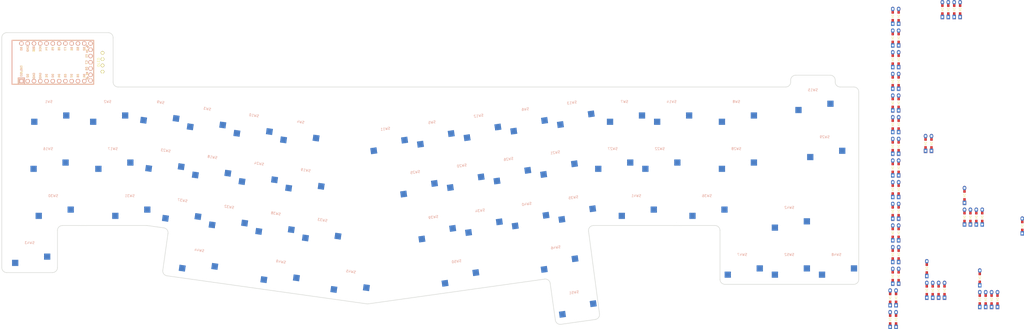
<source format=kicad_pcb>
(kicad_pcb (version 20171130) (host pcbnew "(5.1.4)-1")
  (layers (0 F.Cu signal) (31 B.Cu signal) (34 B.Paste user) (35 F.Paste user) (36 B.SilkS user) (37 F.SilkS user) (38 B.Mask user) (39 F.Mask user) (44 Edge.Cuts user))
  (net 0 "")
  (net 1 "Net-(D1-Pad2)")
  (net 2 ROW0)
  (net 3 "Net-(D2-Pad2)")
  (net 4 "Net-(D3-Pad2)")
  (net 5 "Net-(D4-Pad2)")
  (net 6 "Net-(D5-Pad2)")
  (net 7 "Net-(D6-Pad2)")
  (net 8 "Net-(D7-Pad2)")
  (net 9 "Net-(D8-Pad2)")
  (net 10 "Net-(D9-Pad2)")
  (net 11 ROW1)
  (net 12 "Net-(D10-Pad2)")
  (net 13 "Net-(D11-Pad2)")
  (net 14 "Net-(D12-Pad2)")
  (net 15 "Net-(D13-Pad2)")
  (net 16 "Net-(D14-Pad2)")
  (net 17 "Net-(D15-Pad2)")
  (net 18 "Net-(D16-Pad2)")
  (net 19 ROW2)
  (net 20 "Net-(D17-Pad2)")
  (net 21 "Net-(D18-Pad2)")
  (net 22 "Net-(D19-Pad2)")
  (net 23 "Net-(D20-Pad2)")
  (net 24 "Net-(D21-Pad2)")
  (net 25 "Net-(D22-Pad2)")
  (net 26 "Net-(D23-Pad2)")
  (net 27 ROW3)
  (net 28 "Net-(D24-Pad2)")
  (net 29 "Net-(D25-Pad2)")
  (net 30 "Net-(D26-Pad2)")
  (net 31 "Net-(D27-Pad2)")
  (net 32 "Net-(D28-Pad2)")
  (net 33 "Net-(D29-Pad2)")
  (net 34 "Net-(D30-Pad2)")
  (net 35 ROW4)
  (net 36 "Net-(D31-Pad2)")
  (net 37 "Net-(D32-Pad2)")
  (net 38 "Net-(D33-Pad2)")
  (net 39 "Net-(D34-Pad2)")
  (net 40 "Net-(D35-Pad2)")
  (net 41 "Net-(D36-Pad2)")
  (net 42 "Net-(D37-Pad2)")
  (net 43 ROW5)
  (net 44 "Net-(D38-Pad2)")
  (net 45 "Net-(D39-Pad2)")
  (net 46 "Net-(D40-Pad2)")
  (net 47 "Net-(D41-Pad2)")
  (net 48 "Net-(D42-Pad2)")
  (net 49 "Net-(D43-Pad2)")
  (net 50 ROW6)
  (net 51 "Net-(D44-Pad2)")
  (net 52 "Net-(D45-Pad2)")
  (net 53 "Net-(D46-Pad2)")
  (net 54 "Net-(D47-Pad2)")
  (net 55 "Net-(D48-Pad2)")
  (net 56 "Net-(D49-Pad2)")
  (net 57 ROW7)
  (net 58 "Net-(D50-Pad2)")
  (net 59 "Net-(D51-Pad2)")
  (net 60 "Net-(D52-Pad2)")
  (net 61 SCL)
  (net 62 SDA)
  (net 63 COL0)
  (net 64 COL1)
  (net 65 COL2)
  (net 66 COL3)
  (net 67 COL4)
  (net 68 COL5)
  (net 69 COL6)
  (net 70 COL7)
  (net 71 "Net-(U1-Pad25)")
  (net 72 "Net-(U1-Pad26)")
  (net 73 "Net-(U1-Pad27)")
  (net 74 "Net-(U1-Pad28)")
  (net 75 "Net-(U1-Pad29)")
  (net 76 "Net-(U1-Pad24)")
  (net 77 "Net-(U1-Pad12)")
  (net 78 GND)
  (net 79 +5V)
  (net 80 "Net-(U1-Pad21)")
  (net 81 "Net-(U1-Pad20)")
  (net 82 "Net-(U1-Pad19)")
  (net 83 "Net-(U1-Pad18)")
  (net 84 "Net-(U1-Pad17)")
  (net 85 "Net-(U1-Pad16)")
  (net 86 "Net-(U1-Pad15)")
  (net 87 "Net-(U1-Pad14)")
  (net 88 "Net-(U1-Pad13)")
  (net 89 "Net-(U1-Pad11)")
  (net 90 "Net-(U1-Pad10)")
  (net 91 "Net-(U1-Pad9)")
  (net 92 "Net-(U1-Pad8)")
  (net 93 "Net-(U1-Pad7)")
  (net 94 "Net-(U1-Pad2)")
  (net 95 "Net-(U1-Pad1)")
  (module MX_Only:MXOnly-1.5U-Hotswap (layer F.Cu) (at 59.64174 127.89713 172)
    (fp_text reference SW44)
    (fp_text value UNDEFINED1)
    (fp_text user %R (at 0 3.048 172) (layer B.SilkS) (effects (justify mirror)))
    (pad 2 smd rect (at 5.842 -5.08 172) (size 2.55 2.5) (layers B.Cu B.Paste B.Mask) (net 51 "Net-(D44-Pad2)"))
    (pad 1 smd rect (at -7.085 -2.54 172) (size 2.55 2.5) (layers B.Cu B.Paste B.Mask) (net 65 COL2))
    (pad "" np_thru_hole circle (at 5.08 0 220.0996) (size 1.75 1.75) (drill 1.75) (layers *.Cu *.Mask))
    (pad "" np_thru_hole circle (at -5.08 0 220.0996) (size 1.75 1.75) (drill 1.75) (layers *.Cu *.Mask))
    (pad "" np_thru_hole circle (at -3.81 -2.54 172) (size 3 3) (drill 3) (layers *.Cu *.Mask))
    (pad "" np_thru_hole circle (at 0 0 172) (size 3.9878 3.9878) (drill 3.9878) (layers *.Cu *.Mask))
    (pad "" np_thru_hole circle (at 2.54 -5.08 172) (size 3 3) (drill 3) (layers *.Cu *.Mask))
  )
  (module MX_Only:MXOnly-1.25U-Hotswap (layer F.Cu) (at -8.54456 124.89688 180)
    (fp_text reference SW43)
    (fp_text value LOWER)
    (fp_text user %R (at 0 3.048) (layer B.SilkS) (effects (justify mirror)))
    (pad 2 smd rect (at 5.842 -5.08 180) (size 2.55 2.5) (layers B.Cu B.Paste B.Mask) (net 49 "Net-(D43-Pad2)"))
    (pad 1 smd rect (at -7.085 -2.54 180) (size 2.55 2.5) (layers B.Cu B.Paste B.Mask) (net 63 COL0))
    (pad "" np_thru_hole circle (at 5.08 0 228.0996) (size 1.75 1.75) (drill 1.75) (layers *.Cu *.Mask))
    (pad "" np_thru_hole circle (at -5.08 0 228.0996) (size 1.75 1.75) (drill 1.75) (layers *.Cu *.Mask))
    (pad "" np_thru_hole circle (at -3.81 -2.54 180) (size 3 3) (drill 3) (layers *.Cu *.Mask))
    (pad "" np_thru_hole circle (at 0 0 180) (size 3.9878 3.9878) (drill 3.9878) (layers *.Cu *.Mask))
    (pad "" np_thru_hole circle (at 2.54 -5.08 180) (size 3 3) (drill 3) (layers *.Cu *.Mask))
  )
  (module MX_Only:MXOnly-2.75U-Hotswap (layer F.Cu) (at 164.4904 132.38988 188)
    (fp_text reference SW50)
    (fp_text value RSPACE)
    (fp_text user %R (at 0 3.048 8) (layer B.SilkS) (effects (justify mirror)))
    (pad "" np_thru_hole circle (at -11.938 8.255 188) (size 3.9878 3.9878) (drill 3.9878) (layers *.Cu *.Mask))
    (pad "" np_thru_hole circle (at 11.938 8.255 188) (size 3.9878 3.9878) (drill 3.9878) (layers *.Cu *.Mask))
    (pad "" np_thru_hole circle (at -11.938 -6.985 188) (size 3.048 3.048) (drill 3.048) (layers *.Cu *.Mask))
    (pad "" np_thru_hole circle (at 11.938 -6.985 188) (size 3.048 3.048) (drill 3.048) (layers *.Cu *.Mask))
    (pad 2 smd rect (at 5.842 -5.08 188) (size 2.55 2.5) (layers B.Cu B.Paste B.Mask) (net 58 "Net-(D50-Pad2)"))
    (pad 1 smd rect (at -7.085 -2.54 188) (size 2.55 2.5) (layers B.Cu B.Paste B.Mask) (net 66 COL3))
    (pad "" np_thru_hole circle (at 5.08 0 236.0996) (size 1.75 1.75) (drill 1.75) (layers *.Cu *.Mask))
    (pad "" np_thru_hole circle (at -5.08 0 236.0996) (size 1.75 1.75) (drill 1.75) (layers *.Cu *.Mask))
    (pad "" np_thru_hole circle (at -3.81 -2.54 188) (size 3 3) (drill 3) (layers *.Cu *.Mask))
    (pad "" np_thru_hole circle (at 0 0 188) (size 3.9878 3.9878) (drill 3.9878) (layers *.Cu *.Mask))
    (pad "" np_thru_hole circle (at 2.54 -5.08 188) (size 3 3) (drill 3) (layers *.Cu *.Mask))
  )
  (module MX_Only:MXOnly-2U-Hotswap (layer F.Cu) (at 92.64904 132.54228 172)
    (fp_text reference SW49)
    (fp_text value LSPACE)
    (fp_text user %R (at 0 3.048 172) (layer B.SilkS) (effects (justify mirror)))
    (pad "" np_thru_hole circle (at -11.938 8.255 172) (size 3.9878 3.9878) (drill 3.9878) (layers *.Cu *.Mask))
    (pad "" np_thru_hole circle (at 11.938 8.255 172) (size 3.9878 3.9878) (drill 3.9878) (layers *.Cu *.Mask))
    (pad "" np_thru_hole circle (at -11.938 -6.985 172) (size 3.048 3.048) (drill 3.048) (layers *.Cu *.Mask))
    (pad "" np_thru_hole circle (at 11.938 -6.985 172) (size 3.048 3.048) (drill 3.048) (layers *.Cu *.Mask))
    (pad 2 smd rect (at 5.842 -5.08 172) (size 2.55 2.5) (layers B.Cu B.Paste B.Mask) (net 56 "Net-(D49-Pad2)"))
    (pad 1 smd rect (at -7.085 -2.54 172) (size 2.55 2.5) (layers B.Cu B.Paste B.Mask) (net 65 COL2))
    (pad "" np_thru_hole circle (at 5.08 0 220.0996) (size 1.75 1.75) (drill 1.75) (layers *.Cu *.Mask))
    (pad "" np_thru_hole circle (at -5.08 0 220.0996) (size 1.75 1.75) (drill 1.75) (layers *.Cu *.Mask))
    (pad "" np_thru_hole circle (at -3.81 -2.54 172) (size 3 3) (drill 3) (layers *.Cu *.Mask))
    (pad "" np_thru_hole circle (at 0 0 172) (size 3.9878 3.9878) (drill 3.9878) (layers *.Cu *.Mask))
    (pad "" np_thru_hole circle (at 2.54 -5.08 172) (size 3 3) (drill 3) (layers *.Cu *.Mask))
  )
  (module MX_Only:MXOnly-1.5U-Hotswap (layer F.Cu) (at 204.57668 126.75616 188)
    (fp_text reference SW46)
    (fp_text value RAISE)
    (fp_text user %R (at 0 3.048 8) (layer B.SilkS) (effects (justify mirror)))
    (pad 2 smd rect (at 5.842 -5.08 188) (size 2.55 2.5) (layers B.Cu B.Paste B.Mask) (net 53 "Net-(D46-Pad2)"))
    (pad 1 smd rect (at -7.085 -2.54 188) (size 2.55 2.5) (layers B.Cu B.Paste B.Mask) (net 67 COL4))
    (pad "" np_thru_hole circle (at 5.08 0 236.0996) (size 1.75 1.75) (drill 1.75) (layers *.Cu *.Mask))
    (pad "" np_thru_hole circle (at -5.08 0 236.0996) (size 1.75 1.75) (drill 1.75) (layers *.Cu *.Mask))
    (pad "" np_thru_hole circle (at -3.81 -2.54 188) (size 3 3) (drill 3) (layers *.Cu *.Mask))
    (pad "" np_thru_hole circle (at 0 0 188) (size 3.9878 3.9878) (drill 3.9878) (layers *.Cu *.Mask))
    (pad "" np_thru_hole circle (at 2.54 -5.08 188) (size 3 3) (drill 3) (layers *.Cu *.Mask))
  )
  (module MX_Only:MXOnly-2U-Hotswap (layer F.Cu) (at 265.29919 105.85323 180)
    (fp_text reference SW36)
    (fp_text value RSHIFT)
    (fp_text user %R (at 0 3.048) (layer B.SilkS) (effects (justify mirror)))
    (pad "" np_thru_hole circle (at -11.938 8.255 180) (size 3.9878 3.9878) (drill 3.9878) (layers *.Cu *.Mask))
    (pad "" np_thru_hole circle (at 11.938 8.255 180) (size 3.9878 3.9878) (drill 3.9878) (layers *.Cu *.Mask))
    (pad "" np_thru_hole circle (at -11.938 -6.985 180) (size 3.048 3.048) (drill 3.048) (layers *.Cu *.Mask))
    (pad "" np_thru_hole circle (at 11.938 -6.985 180) (size 3.048 3.048) (drill 3.048) (layers *.Cu *.Mask))
    (pad 2 smd rect (at 5.842 -5.08 180) (size 2.55 2.5) (layers B.Cu B.Paste B.Mask) (net 41 "Net-(D36-Pad2)"))
    (pad 1 smd rect (at -7.085 -2.54 180) (size 2.55 2.5) (layers B.Cu B.Paste B.Mask) (net 69 COL6))
    (pad "" np_thru_hole circle (at 5.08 0 228.0996) (size 1.75 1.75) (drill 1.75) (layers *.Cu *.Mask))
    (pad "" np_thru_hole circle (at -5.08 0 228.0996) (size 1.75 1.75) (drill 1.75) (layers *.Cu *.Mask))
    (pad "" np_thru_hole circle (at -3.81 -2.54 180) (size 3 3) (drill 3) (layers *.Cu *.Mask))
    (pad "" np_thru_hole circle (at 0 0 180) (size 3.9878 3.9878) (drill 3.9878) (layers *.Cu *.Mask))
    (pad "" np_thru_hole circle (at 2.54 -5.08 180) (size 3 3) (drill 3) (layers *.Cu *.Mask))
  )
  (module MX_Only:MXOnly-2.25U-Hotswap (layer F.Cu) (at 0.98044 105.85323 180)
    (fp_text reference SW30)
    (fp_text value LSHIFT)
    (fp_text user %R (at 0 3.048) (layer B.SilkS) (effects (justify mirror)))
    (pad "" np_thru_hole circle (at -11.938 8.255 180) (size 3.9878 3.9878) (drill 3.9878) (layers *.Cu *.Mask))
    (pad "" np_thru_hole circle (at 11.938 8.255 180) (size 3.9878 3.9878) (drill 3.9878) (layers *.Cu *.Mask))
    (pad "" np_thru_hole circle (at -11.938 -6.985 180) (size 3.048 3.048) (drill 3.048) (layers *.Cu *.Mask))
    (pad "" np_thru_hole circle (at 11.938 -6.985 180) (size 3.048 3.048) (drill 3.048) (layers *.Cu *.Mask))
    (pad 2 smd rect (at 5.842 -5.08 180) (size 2.55 2.5) (layers B.Cu B.Paste B.Mask) (net 34 "Net-(D30-Pad2)"))
    (pad 1 smd rect (at -7.085 -2.54 180) (size 2.55 2.5) (layers B.Cu B.Paste B.Mask) (net 63 COL0))
    (pad "" np_thru_hole circle (at 5.08 0 228.0996) (size 1.75 1.75) (drill 1.75) (layers *.Cu *.Mask))
    (pad "" np_thru_hole circle (at -5.08 0 228.0996) (size 1.75 1.75) (drill 1.75) (layers *.Cu *.Mask))
    (pad "" np_thru_hole circle (at -3.81 -2.54 180) (size 3 3) (drill 3) (layers *.Cu *.Mask))
    (pad "" np_thru_hole circle (at 0 0 180) (size 3.9878 3.9878) (drill 3.9878) (layers *.Cu *.Mask))
    (pad "" np_thru_hole circle (at 2.54 -5.08 180) (size 3 3) (drill 3) (layers *.Cu *.Mask))
  )
  (module MX_Only:MXOnly-2.25U-Hotswap (layer F.Cu) (at 277.20544 86.80323 180)
    (fp_text reference SW28)
    (fp_text value ENTER)
    (fp_text user %R (at 0 3.048) (layer B.SilkS) (effects (justify mirror)))
    (pad "" np_thru_hole circle (at -11.938 8.255 180) (size 3.9878 3.9878) (drill 3.9878) (layers *.Cu *.Mask))
    (pad "" np_thru_hole circle (at 11.938 8.255 180) (size 3.9878 3.9878) (drill 3.9878) (layers *.Cu *.Mask))
    (pad "" np_thru_hole circle (at -11.938 -6.985 180) (size 3.048 3.048) (drill 3.048) (layers *.Cu *.Mask))
    (pad "" np_thru_hole circle (at 11.938 -6.985 180) (size 3.048 3.048) (drill 3.048) (layers *.Cu *.Mask))
    (pad 2 smd rect (at 5.842 -5.08 180) (size 2.55 2.5) (layers B.Cu B.Paste B.Mask) (net 32 "Net-(D28-Pad2)"))
    (pad 1 smd rect (at -7.085 -2.54 180) (size 2.55 2.5) (layers B.Cu B.Paste B.Mask) (net 69 COL6))
    (pad "" np_thru_hole circle (at 5.08 0 228.0996) (size 1.75 1.75) (drill 1.75) (layers *.Cu *.Mask))
    (pad "" np_thru_hole circle (at -5.08 0 228.0996) (size 1.75 1.75) (drill 1.75) (layers *.Cu *.Mask))
    (pad "" np_thru_hole circle (at -3.81 -2.54 180) (size 3 3) (drill 3) (layers *.Cu *.Mask))
    (pad "" np_thru_hole circle (at 0 0 180) (size 3.9878 3.9878) (drill 3.9878) (layers *.Cu *.Mask))
    (pad "" np_thru_hole circle (at 2.54 -5.08 180) (size 3 3) (drill 3) (layers *.Cu *.Mask))
  )
  (module MX_Only:MXOnly-1.75U-Hotswap (layer F.Cu) (at -1.10236 86.80958 180)
    (fp_text reference SW16)
    (fp_text value CTRL)
    (fp_text user %R (at 0 3.048) (layer B.SilkS) (effects (justify mirror)))
    (pad 2 smd rect (at 5.842 -5.08 180) (size 2.55 2.5) (layers B.Cu B.Paste B.Mask) (net 18 "Net-(D16-Pad2)"))
    (pad 1 smd rect (at -7.085 -2.54 180) (size 2.55 2.5) (layers B.Cu B.Paste B.Mask) (net 63 COL0))
    (pad "" np_thru_hole circle (at 5.08 0 228.0996) (size 1.75 1.75) (drill 1.75) (layers *.Cu *.Mask))
    (pad "" np_thru_hole circle (at -5.08 0 228.0996) (size 1.75 1.75) (drill 1.75) (layers *.Cu *.Mask))
    (pad "" np_thru_hole circle (at -3.81 -2.54 180) (size 3 3) (drill 3) (layers *.Cu *.Mask))
    (pad "" np_thru_hole circle (at 0 0 180) (size 3.9878 3.9878) (drill 3.9878) (layers *.Cu *.Mask))
    (pad "" np_thru_hole circle (at 2.54 -5.08 180) (size 3 3) (drill 3) (layers *.Cu *.Mask))
  )
  (module MX_Only:MXOnly-1.75U-Hotswap (layer F.Cu) (at 277.20544 67.75323 180)
    (fp_text reference SW8)
    (fp_text value BACKSPACE)
    (fp_text user %R (at 0 3.048) (layer B.SilkS) (effects (justify mirror)))
    (pad 2 smd rect (at 5.842 -5.08 180) (size 2.55 2.5) (layers B.Cu B.Paste B.Mask) (net 9 "Net-(D8-Pad2)"))
    (pad 1 smd rect (at -7.085 -2.54 180) (size 2.55 2.5) (layers B.Cu B.Paste B.Mask) (net 70 COL7))
    (pad "" np_thru_hole circle (at 5.08 0 228.0996) (size 1.75 1.75) (drill 1.75) (layers *.Cu *.Mask))
    (pad "" np_thru_hole circle (at -5.08 0 228.0996) (size 1.75 1.75) (drill 1.75) (layers *.Cu *.Mask))
    (pad "" np_thru_hole circle (at -3.81 -2.54 180) (size 3 3) (drill 3) (layers *.Cu *.Mask))
    (pad "" np_thru_hole circle (at 0 0 180) (size 3.9878 3.9878) (drill 3.9878) (layers *.Cu *.Mask))
    (pad "" np_thru_hole circle (at 2.54 -5.08 180) (size 3 3) (drill 3) (layers *.Cu *.Mask))
  )
  (module MX_Only:MXOnly-1.5U-Hotswap (layer F.Cu) (at -0.82296 67.75323 180)
    (fp_text reference SW1)
    (fp_text value ESC)
    (fp_text user %R (at 0 3.048) (layer B.SilkS) (effects (justify mirror)))
    (pad 2 smd rect (at 5.842 -5.08 180) (size 2.55 2.5) (layers B.Cu B.Paste B.Mask) (net 1 "Net-(D1-Pad2)"))
    (pad 1 smd rect (at -7.085 -2.54 180) (size 2.55 2.5) (layers B.Cu B.Paste B.Mask) (net 63 COL0))
    (pad "" np_thru_hole circle (at 5.08 0 228.0996) (size 1.75 1.75) (drill 1.75) (layers *.Cu *.Mask))
    (pad "" np_thru_hole circle (at -5.08 0 228.0996) (size 1.75 1.75) (drill 1.75) (layers *.Cu *.Mask))
    (pad "" np_thru_hole circle (at -3.81 -2.54 180) (size 3 3) (drill 3) (layers *.Cu *.Mask))
    (pad "" np_thru_hole circle (at 0 0 180) (size 3.9878 3.9878) (drill 3.9878) (layers *.Cu *.Mask))
    (pad "" np_thru_hole circle (at 2.54 -5.08 180) (size 3 3) (drill 3) (layers *.Cu *.Mask))
  )
  (module MX_Only:MXOnly-1U-Hotswap (layer F.Cu) (at 298.62272 129.667 180)
    (fp_text reference SW52)
    (fp_text value DOWN)
    (fp_text user %R (at 0 3.048) (layer B.SilkS) (effects (justify mirror)))
    (pad 2 smd rect (at 5.842 -5.08 180) (size 2.55 2.5) (layers B.Cu B.Paste B.Mask) (net 60 "Net-(D52-Pad2)"))
    (pad 1 smd rect (at -7.085 -2.54 180) (size 2.55 2.5) (layers B.Cu B.Paste B.Mask) (net 69 COL6))
    (pad "" np_thru_hole circle (at 5.08 0 228.0996) (size 1.75 1.75) (drill 1.75) (layers *.Cu *.Mask))
    (pad "" np_thru_hole circle (at -5.08 0 228.0996) (size 1.75 1.75) (drill 1.75) (layers *.Cu *.Mask))
    (pad "" np_thru_hole circle (at -3.81 -2.54 180) (size 3 3) (drill 3) (layers *.Cu *.Mask))
    (pad "" np_thru_hole circle (at 0 0 180) (size 3.9878 3.9878) (drill 3.9878) (layers *.Cu *.Mask))
    (pad "" np_thru_hole circle (at 2.54 -5.08 180) (size 3 3) (drill 3) (layers *.Cu *.Mask))
  )
  (module MX_Only:MXOnly-1U-Hotswap (layer F.Cu) (at 211.95284 144.96288 188)
    (fp_text reference SW51)
    (fp_text value ALT)
    (fp_text user %R (at 0 3.048 8) (layer B.SilkS) (effects (justify mirror)))
    (pad 2 smd rect (at 5.842 -5.08 188) (size 2.55 2.5) (layers B.Cu B.Paste B.Mask) (net 59 "Net-(D51-Pad2)"))
    (pad 1 smd rect (at -7.085 -2.54 188) (size 2.55 2.5) (layers B.Cu B.Paste B.Mask) (net 67 COL4))
    (pad "" np_thru_hole circle (at 5.08 0 236.0996) (size 1.75 1.75) (drill 1.75) (layers *.Cu *.Mask))
    (pad "" np_thru_hole circle (at -5.08 0 236.0996) (size 1.75 1.75) (drill 1.75) (layers *.Cu *.Mask))
    (pad "" np_thru_hole circle (at -3.81 -2.54 188) (size 3 3) (drill 3) (layers *.Cu *.Mask))
    (pad "" np_thru_hole circle (at 0 0 188) (size 3.9878 3.9878) (drill 3.9878) (layers *.Cu *.Mask))
    (pad "" np_thru_hole circle (at 2.54 -5.08 188) (size 3 3) (drill 3) (layers *.Cu *.Mask))
  )
  (module MX_Only:MXOnly-1U-Hotswap (layer F.Cu) (at 317.67272 129.667 180)
    (fp_text reference SW48)
    (fp_text value RIGHT)
    (fp_text user %R (at 0 3.048) (layer B.SilkS) (effects (justify mirror)))
    (pad 2 smd rect (at 5.842 -5.08 180) (size 2.55 2.5) (layers B.Cu B.Paste B.Mask) (net 55 "Net-(D48-Pad2)"))
    (pad 1 smd rect (at -7.085 -2.54 180) (size 2.55 2.5) (layers B.Cu B.Paste B.Mask) (net 70 COL7))
    (pad "" np_thru_hole circle (at 5.08 0 228.0996) (size 1.75 1.75) (drill 1.75) (layers *.Cu *.Mask))
    (pad "" np_thru_hole circle (at -5.08 0 228.0996) (size 1.75 1.75) (drill 1.75) (layers *.Cu *.Mask))
    (pad "" np_thru_hole circle (at -3.81 -2.54 180) (size 3 3) (drill 3) (layers *.Cu *.Mask))
    (pad "" np_thru_hole circle (at 0 0 180) (size 3.9878 3.9878) (drill 3.9878) (layers *.Cu *.Mask))
    (pad "" np_thru_hole circle (at 2.54 -5.08 180) (size 3 3) (drill 3) (layers *.Cu *.Mask))
  )
  (module MX_Only:MXOnly-1U-Hotswap (layer F.Cu) (at 279.57272 129.667 180)
    (fp_text reference SW47)
    (fp_text value LEFT)
    (fp_text user %R (at 0 3.048) (layer B.SilkS) (effects (justify mirror)))
    (pad 2 smd rect (at 5.842 -5.08 180) (size 2.55 2.5) (layers B.Cu B.Paste B.Mask) (net 54 "Net-(D47-Pad2)"))
    (pad 1 smd rect (at -7.085 -2.54 180) (size 2.55 2.5) (layers B.Cu B.Paste B.Mask) (net 69 COL6))
    (pad "" np_thru_hole circle (at 5.08 0 228.0996) (size 1.75 1.75) (drill 1.75) (layers *.Cu *.Mask))
    (pad "" np_thru_hole circle (at -5.08 0 228.0996) (size 1.75 1.75) (drill 1.75) (layers *.Cu *.Mask))
    (pad "" np_thru_hole circle (at -3.81 -2.54 180) (size 3 3) (drill 3) (layers *.Cu *.Mask))
    (pad "" np_thru_hole circle (at 0 0 180) (size 3.9878 3.9878) (drill 3.9878) (layers *.Cu *.Mask))
    (pad "" np_thru_hole circle (at 2.54 -5.08 180) (size 3 3) (drill 3) (layers *.Cu *.Mask))
  )
  (module MX_Only:MXOnly-1U-Hotswap (layer F.Cu) (at 120.94464 136.51738 172)
    (fp_text reference SW45)
    (fp_text value WIN)
    (fp_text user %R (at 0 3.048 172) (layer B.SilkS) (effects (justify mirror)))
    (pad 2 smd rect (at 5.842 -5.08 172) (size 2.55 2.5) (layers B.Cu B.Paste B.Mask) (net 52 "Net-(D45-Pad2)"))
    (pad 1 smd rect (at -7.085 -2.54 172) (size 2.55 2.5) (layers B.Cu B.Paste B.Mask) (net 66 COL3))
    (pad "" np_thru_hole circle (at 5.08 0 220.0996) (size 1.75 1.75) (drill 1.75) (layers *.Cu *.Mask))
    (pad "" np_thru_hole circle (at -5.08 0 220.0996) (size 1.75 1.75) (drill 1.75) (layers *.Cu *.Mask))
    (pad "" np_thru_hole circle (at -3.81 -2.54 172) (size 3 3) (drill 3) (layers *.Cu *.Mask))
    (pad "" np_thru_hole circle (at 0 0 172) (size 3.9878 3.9878) (drill 3.9878) (layers *.Cu *.Mask))
    (pad "" np_thru_hole circle (at 2.54 -5.08 172) (size 3 3) (drill 3) (layers *.Cu *.Mask))
  )
  (module MX_Only:MXOnly-1U-Hotswap (layer F.Cu) (at 298.62272 110.617 180)
    (fp_text reference SW42)
    (fp_text value UP)
    (fp_text user %R (at 0 3.048) (layer B.SilkS) (effects (justify mirror)))
    (pad 2 smd rect (at 5.842 -5.08 180) (size 2.55 2.5) (layers B.Cu B.Paste B.Mask) (net 48 "Net-(D42-Pad2)"))
    (pad 1 smd rect (at -7.085 -2.54 180) (size 2.55 2.5) (layers B.Cu B.Paste B.Mask) (net 69 COL6))
    (pad "" np_thru_hole circle (at 5.08 0 228.0996) (size 1.75 1.75) (drill 1.75) (layers *.Cu *.Mask))
    (pad "" np_thru_hole circle (at -5.08 0 228.0996) (size 1.75 1.75) (drill 1.75) (layers *.Cu *.Mask))
    (pad "" np_thru_hole circle (at -3.81 -2.54 180) (size 3 3) (drill 3) (layers *.Cu *.Mask))
    (pad "" np_thru_hole circle (at 0 0 180) (size 3.9878 3.9878) (drill 3.9878) (layers *.Cu *.Mask))
    (pad "" np_thru_hole circle (at 2.54 -5.08 180) (size 3 3) (drill 3) (layers *.Cu *.Mask))
  )
  (module MX_Only:MXOnly-1U-Hotswap (layer F.Cu) (at 236.72419 105.85323 180)
    (fp_text reference SW41)
    (fp_text value /)
    (fp_text user %R (at 0 3.048) (layer B.SilkS) (effects (justify mirror)))
    (pad 2 smd rect (at 5.842 -5.08 180) (size 2.55 2.5) (layers B.Cu B.Paste B.Mask) (net 47 "Net-(D41-Pad2)"))
    (pad 1 smd rect (at -7.085 -2.54 180) (size 2.55 2.5) (layers B.Cu B.Paste B.Mask) (net 68 COL5))
    (pad "" np_thru_hole circle (at 5.08 0 228.0996) (size 1.75 1.75) (drill 1.75) (layers *.Cu *.Mask))
    (pad "" np_thru_hole circle (at -5.08 0 228.0996) (size 1.75 1.75) (drill 1.75) (layers *.Cu *.Mask))
    (pad "" np_thru_hole circle (at -3.81 -2.54 180) (size 3 3) (drill 3) (layers *.Cu *.Mask))
    (pad "" np_thru_hole circle (at 0 0 180) (size 3.9878 3.9878) (drill 3.9878) (layers *.Cu *.Mask))
    (pad "" np_thru_hole circle (at 2.54 -5.08 180) (size 3 3) (drill 3) (layers *.Cu *.Mask))
  )
  (module MX_Only:MXOnly-1U-Hotswap (layer F.Cu) (at 192.859045 109.167044 188)
    (fp_text reference SW40)
    (fp_text value ,)
    (fp_text user %R (at 0 3.048 8) (layer B.SilkS) (effects (justify mirror)))
    (pad 2 smd rect (at 5.842 -5.08 188) (size 2.55 2.5) (layers B.Cu B.Paste B.Mask) (net 46 "Net-(D40-Pad2)"))
    (pad 1 smd rect (at -7.085 -2.54 188) (size 2.55 2.5) (layers B.Cu B.Paste B.Mask) (net 67 COL4))
    (pad "" np_thru_hole circle (at 5.08 0 236.0996) (size 1.75 1.75) (drill 1.75) (layers *.Cu *.Mask))
    (pad "" np_thru_hole circle (at -5.08 0 236.0996) (size 1.75 1.75) (drill 1.75) (layers *.Cu *.Mask))
    (pad "" np_thru_hole circle (at -3.81 -2.54 188) (size 3 3) (drill 3) (layers *.Cu *.Mask))
    (pad "" np_thru_hole circle (at 0 0 188) (size 3.9878 3.9878) (drill 3.9878) (layers *.Cu *.Mask))
    (pad "" np_thru_hole circle (at 2.54 -5.08 188) (size 3 3) (drill 3) (layers *.Cu *.Mask))
  )
  (module MX_Only:MXOnly-1U-Hotswap (layer F.Cu) (at 155.129832 114.469539 188)
    (fp_text reference SW39)
    (fp_text value N)
    (fp_text user %R (at 0 3.048 8) (layer B.SilkS) (effects (justify mirror)))
    (pad 2 smd rect (at 5.842 -5.08 188) (size 2.55 2.5) (layers B.Cu B.Paste B.Mask) (net 45 "Net-(D39-Pad2)"))
    (pad 1 smd rect (at -7.085 -2.54 188) (size 2.55 2.5) (layers B.Cu B.Paste B.Mask) (net 66 COL3))
    (pad "" np_thru_hole circle (at 5.08 0 236.0996) (size 1.75 1.75) (drill 1.75) (layers *.Cu *.Mask))
    (pad "" np_thru_hole circle (at -5.08 0 236.0996) (size 1.75 1.75) (drill 1.75) (layers *.Cu *.Mask))
    (pad "" np_thru_hole circle (at -3.81 -2.54 188) (size 3 3) (drill 3) (layers *.Cu *.Mask))
    (pad "" np_thru_hole circle (at 0 0 188) (size 3.9878 3.9878) (drill 3.9878) (layers *.Cu *.Mask))
    (pad "" np_thru_hole circle (at 2.54 -5.08 188) (size 3 3) (drill 3) (layers *.Cu *.Mask))
  )
  (module MX_Only:MXOnly-1U-Hotswap (layer F.Cu) (at 90.58662 113.009394 172)
    (fp_text reference SW38)
    (fp_text value V)
    (fp_text user %R (at 0 3.048 172) (layer B.SilkS) (effects (justify mirror)))
    (pad 2 smd rect (at 5.842 -5.08 172) (size 2.55 2.5) (layers B.Cu B.Paste B.Mask) (net 44 "Net-(D38-Pad2)"))
    (pad 1 smd rect (at -7.085 -2.54 172) (size 2.55 2.5) (layers B.Cu B.Paste B.Mask) (net 65 COL2))
    (pad "" np_thru_hole circle (at 5.08 0 220.0996) (size 1.75 1.75) (drill 1.75) (layers *.Cu *.Mask))
    (pad "" np_thru_hole circle (at -5.08 0 220.0996) (size 1.75 1.75) (drill 1.75) (layers *.Cu *.Mask))
    (pad "" np_thru_hole circle (at -3.81 -2.54 172) (size 3 3) (drill 3) (layers *.Cu *.Mask))
    (pad "" np_thru_hole circle (at 0 0 172) (size 3.9878 3.9878) (drill 3.9878) (layers *.Cu *.Mask))
    (pad "" np_thru_hole circle (at 2.54 -5.08 172) (size 3 3) (drill 3) (layers *.Cu *.Mask))
  )
  (module MX_Only:MXOnly-1U-Hotswap (layer F.Cu) (at 52.857407 107.706899 172)
    (fp_text reference SW37)
    (fp_text value X)
    (fp_text user %R (at 0 3.048 172) (layer B.SilkS) (effects (justify mirror)))
    (pad 2 smd rect (at 5.842 -5.08 172) (size 2.55 2.5) (layers B.Cu B.Paste B.Mask) (net 42 "Net-(D37-Pad2)"))
    (pad 1 smd rect (at -7.085 -2.54 172) (size 2.55 2.5) (layers B.Cu B.Paste B.Mask) (net 64 COL1))
    (pad "" np_thru_hole circle (at 5.08 0 220.0996) (size 1.75 1.75) (drill 1.75) (layers *.Cu *.Mask))
    (pad "" np_thru_hole circle (at -5.08 0 220.0996) (size 1.75 1.75) (drill 1.75) (layers *.Cu *.Mask))
    (pad "" np_thru_hole circle (at -3.81 -2.54 172) (size 3 3) (drill 3) (layers *.Cu *.Mask))
    (pad "" np_thru_hole circle (at 0 0 172) (size 3.9878 3.9878) (drill 3.9878) (layers *.Cu *.Mask))
    (pad "" np_thru_hole circle (at 2.54 -5.08 172) (size 3 3) (drill 3) (layers *.Cu *.Mask))
  )
  (module MX_Only:MXOnly-1U-Hotswap (layer F.Cu) (at 211.723652 106.515797 188)
    (fp_text reference SW35)
    (fp_text value .)
    (fp_text user %R (at 0 3.048 8) (layer B.SilkS) (effects (justify mirror)))
    (pad 2 smd rect (at 5.842 -5.08 188) (size 2.55 2.5) (layers B.Cu B.Paste B.Mask) (net 40 "Net-(D35-Pad2)"))
    (pad 1 smd rect (at -7.085 -2.54 188) (size 2.55 2.5) (layers B.Cu B.Paste B.Mask) (net 68 COL5))
    (pad "" np_thru_hole circle (at 5.08 0 236.0996) (size 1.75 1.75) (drill 1.75) (layers *.Cu *.Mask))
    (pad "" np_thru_hole circle (at -5.08 0 236.0996) (size 1.75 1.75) (drill 1.75) (layers *.Cu *.Mask))
    (pad "" np_thru_hole circle (at -3.81 -2.54 188) (size 3 3) (drill 3) (layers *.Cu *.Mask))
    (pad "" np_thru_hole circle (at 0 0 188) (size 3.9878 3.9878) (drill 3.9878) (layers *.Cu *.Mask))
    (pad "" np_thru_hole circle (at 2.54 -5.08 188) (size 3 3) (drill 3) (layers *.Cu *.Mask))
  )
  (module MX_Only:MXOnly-1U-Hotswap (layer F.Cu) (at 173.994438 111.818292 188)
    (fp_text reference SW34)
    (fp_text value M)
    (fp_text user %R (at 0 3.048 8) (layer B.SilkS) (effects (justify mirror)))
    (pad 2 smd rect (at 5.842 -5.08 188) (size 2.55 2.5) (layers B.Cu B.Paste B.Mask) (net 39 "Net-(D34-Pad2)"))
    (pad 1 smd rect (at -7.085 -2.54 188) (size 2.55 2.5) (layers B.Cu B.Paste B.Mask) (net 67 COL4))
    (pad "" np_thru_hole circle (at 5.08 0 236.0996) (size 1.75 1.75) (drill 1.75) (layers *.Cu *.Mask))
    (pad "" np_thru_hole circle (at -5.08 0 236.0996) (size 1.75 1.75) (drill 1.75) (layers *.Cu *.Mask))
    (pad "" np_thru_hole circle (at -3.81 -2.54 188) (size 3 3) (drill 3) (layers *.Cu *.Mask))
    (pad "" np_thru_hole circle (at 0 0 188) (size 3.9878 3.9878) (drill 3.9878) (layers *.Cu *.Mask))
    (pad "" np_thru_hole circle (at 2.54 -5.08 188) (size 3 3) (drill 3) (layers *.Cu *.Mask))
  )
  (module MX_Only:MXOnly-1U-Hotswap (layer F.Cu) (at 109.451227 115.660642 172)
    (fp_text reference SW33)
    (fp_text value B)
    (fp_text user %R (at 0 3.048 172) (layer B.SilkS) (effects (justify mirror)))
    (pad 2 smd rect (at 5.842 -5.08 172) (size 2.55 2.5) (layers B.Cu B.Paste B.Mask) (net 38 "Net-(D33-Pad2)"))
    (pad 1 smd rect (at -7.085 -2.54 172) (size 2.55 2.5) (layers B.Cu B.Paste B.Mask) (net 66 COL3))
    (pad "" np_thru_hole circle (at 5.08 0 220.0996) (size 1.75 1.75) (drill 1.75) (layers *.Cu *.Mask))
    (pad "" np_thru_hole circle (at -5.08 0 220.0996) (size 1.75 1.75) (drill 1.75) (layers *.Cu *.Mask))
    (pad "" np_thru_hole circle (at -3.81 -2.54 172) (size 3 3) (drill 3) (layers *.Cu *.Mask))
    (pad "" np_thru_hole circle (at 0 0 172) (size 3.9878 3.9878) (drill 3.9878) (layers *.Cu *.Mask))
    (pad "" np_thru_hole circle (at 2.54 -5.08 172) (size 3 3) (drill 3) (layers *.Cu *.Mask))
  )
  (module MX_Only:MXOnly-1U-Hotswap (layer F.Cu) (at 71.722013 110.358147 172)
    (fp_text reference SW32)
    (fp_text value C)
    (fp_text user %R (at 0 3.048 172) (layer B.SilkS) (effects (justify mirror)))
    (pad 2 smd rect (at 5.842 -5.08 172) (size 2.55 2.5) (layers B.Cu B.Paste B.Mask) (net 37 "Net-(D32-Pad2)"))
    (pad 1 smd rect (at -7.085 -2.54 172) (size 2.55 2.5) (layers B.Cu B.Paste B.Mask) (net 65 COL2))
    (pad "" np_thru_hole circle (at 5.08 0 220.0996) (size 1.75 1.75) (drill 1.75) (layers *.Cu *.Mask))
    (pad "" np_thru_hole circle (at -5.08 0 220.0996) (size 1.75 1.75) (drill 1.75) (layers *.Cu *.Mask))
    (pad "" np_thru_hole circle (at -3.81 -2.54 172) (size 3 3) (drill 3) (layers *.Cu *.Mask))
    (pad "" np_thru_hole circle (at 0 0 172) (size 3.9878 3.9878) (drill 3.9878) (layers *.Cu *.Mask))
    (pad "" np_thru_hole circle (at 2.54 -5.08 172) (size 3 3) (drill 3) (layers *.Cu *.Mask))
  )
  (module MX_Only:MXOnly-1U-Hotswap (layer F.Cu) (at 31.93669 105.85323 180)
    (fp_text reference SW31)
    (fp_text value Z)
    (fp_text user %R (at 0 3.048) (layer B.SilkS) (effects (justify mirror)))
    (pad 2 smd rect (at 5.842 -5.08 180) (size 2.55 2.5) (layers B.Cu B.Paste B.Mask) (net 36 "Net-(D31-Pad2)"))
    (pad 1 smd rect (at -7.085 -2.54 180) (size 2.55 2.5) (layers B.Cu B.Paste B.Mask) (net 64 COL1))
    (pad "" np_thru_hole circle (at 5.08 0 228.0996) (size 1.75 1.75) (drill 1.75) (layers *.Cu *.Mask))
    (pad "" np_thru_hole circle (at -5.08 0 228.0996) (size 1.75 1.75) (drill 1.75) (layers *.Cu *.Mask))
    (pad "" np_thru_hole circle (at -3.81 -2.54 180) (size 3 3) (drill 3) (layers *.Cu *.Mask))
    (pad "" np_thru_hole circle (at 0 0 180) (size 3.9878 3.9878) (drill 3.9878) (layers *.Cu *.Mask))
    (pad "" np_thru_hole circle (at 2.54 -5.08 180) (size 3 3) (drill 3) (layers *.Cu *.Mask))
  )
  (module MX_Only:MXOnly-1U-Hotswap (layer F.Cu) (at 312.91149 82.04073 180)
    (fp_text reference SW29)
    (fp_text value UNDEFINED3)
    (fp_text user %R (at 0 3.048) (layer B.SilkS) (effects (justify mirror)))
    (pad 2 smd rect (at 5.842 -5.08 180) (size 2.55 2.5) (layers B.Cu B.Paste B.Mask) (net 33 "Net-(D29-Pad2)"))
    (pad 1 smd rect (at -7.085 -2.54 180) (size 2.55 2.5) (layers B.Cu B.Paste B.Mask) (net 70 COL7))
    (pad "" np_thru_hole circle (at 5.08 0 228.0996) (size 1.75 1.75) (drill 1.75) (layers *.Cu *.Mask))
    (pad "" np_thru_hole circle (at -5.08 0 228.0996) (size 1.75 1.75) (drill 1.75) (layers *.Cu *.Mask))
    (pad "" np_thru_hole circle (at -3.81 -2.54 180) (size 3 3) (drill 3) (layers *.Cu *.Mask))
    (pad "" np_thru_hole circle (at 0 0 180) (size 3.9878 3.9878) (drill 3.9878) (layers *.Cu *.Mask))
    (pad "" np_thru_hole circle (at 2.54 -5.08 180) (size 3 3) (drill 3) (layers *.Cu *.Mask))
  )
  (module MX_Only:MXOnly-1U-Hotswap (layer F.Cu) (at 227.19919 86.80323 180)
    (fp_text reference SW27)
    (fp_text value ;)
    (fp_text user %R (at 0 3.048) (layer B.SilkS) (effects (justify mirror)))
    (pad 2 smd rect (at 5.842 -5.08 180) (size 2.55 2.5) (layers B.Cu B.Paste B.Mask) (net 31 "Net-(D27-Pad2)"))
    (pad 1 smd rect (at -7.085 -2.54 180) (size 2.55 2.5) (layers B.Cu B.Paste B.Mask) (net 68 COL5))
    (pad "" np_thru_hole circle (at 5.08 0 228.0996) (size 1.75 1.75) (drill 1.75) (layers *.Cu *.Mask))
    (pad "" np_thru_hole circle (at -5.08 0 228.0996) (size 1.75 1.75) (drill 1.75) (layers *.Cu *.Mask))
    (pad "" np_thru_hole circle (at -3.81 -2.54 180) (size 3 3) (drill 3) (layers *.Cu *.Mask))
    (pad "" np_thru_hole circle (at 0 0 180) (size 3.9878 3.9878) (drill 3.9878) (layers *.Cu *.Mask))
    (pad "" np_thru_hole circle (at 2.54 -5.08 180) (size 3 3) (drill 3) (layers *.Cu *.Mask))
  )
  (module MX_Only:MXOnly-1U-Hotswap (layer F.Cu) (at 185.491646 90.96525 188)
    (fp_text reference SW26)
    (fp_text value K)
    (fp_text user %R (at 0 3.048 8) (layer B.SilkS) (effects (justify mirror)))
    (pad 2 smd rect (at 5.842 -5.08 188) (size 2.55 2.5) (layers B.Cu B.Paste B.Mask) (net 30 "Net-(D26-Pad2)"))
    (pad 1 smd rect (at -7.085 -2.54 188) (size 2.55 2.5) (layers B.Cu B.Paste B.Mask) (net 67 COL4))
    (pad "" np_thru_hole circle (at 5.08 0 236.0996) (size 1.75 1.75) (drill 1.75) (layers *.Cu *.Mask))
    (pad "" np_thru_hole circle (at -5.08 0 236.0996) (size 1.75 1.75) (drill 1.75) (layers *.Cu *.Mask))
    (pad "" np_thru_hole circle (at -3.81 -2.54 188) (size 3 3) (drill 3) (layers *.Cu *.Mask))
    (pad "" np_thru_hole circle (at 0 0 188) (size 3.9878 3.9878) (drill 3.9878) (layers *.Cu *.Mask))
    (pad "" np_thru_hole circle (at 2.54 -5.08 188) (size 3 3) (drill 3) (layers *.Cu *.Mask))
  )
  (module MX_Only:MXOnly-1U-Hotswap (layer F.Cu) (at 147.762432 96.267745 188)
    (fp_text reference SW25)
    (fp_text value H)
    (fp_text user %R (at 0 3.048 8) (layer B.SilkS) (effects (justify mirror)))
    (pad 2 smd rect (at 5.842 -5.08 188) (size 2.55 2.5) (layers B.Cu B.Paste B.Mask) (net 29 "Net-(D25-Pad2)"))
    (pad 1 smd rect (at -7.085 -2.54 188) (size 2.55 2.5) (layers B.Cu B.Paste B.Mask) (net 66 COL3))
    (pad "" np_thru_hole circle (at 5.08 0 236.0996) (size 1.75 1.75) (drill 1.75) (layers *.Cu *.Mask))
    (pad "" np_thru_hole circle (at -5.08 0 236.0996) (size 1.75 1.75) (drill 1.75) (layers *.Cu *.Mask))
    (pad "" np_thru_hole circle (at -3.81 -2.54 188) (size 3 3) (drill 3) (layers *.Cu *.Mask))
    (pad "" np_thru_hole circle (at 0 0 188) (size 3.9878 3.9878) (drill 3.9878) (layers *.Cu *.Mask))
    (pad "" np_thru_hole circle (at 2.54 -5.08 188) (size 3 3) (drill 3) (layers *.Cu *.Mask))
  )
  (module MX_Only:MXOnly-1U-Hotswap (layer F.Cu) (at 83.805564 92.819164 172)
    (fp_text reference SW24)
    (fp_text value F)
    (fp_text user %R (at 0 3.048 172) (layer B.SilkS) (effects (justify mirror)))
    (pad 2 smd rect (at 5.842 -5.08 172) (size 2.55 2.5) (layers B.Cu B.Paste B.Mask) (net 28 "Net-(D24-Pad2)"))
    (pad 1 smd rect (at -7.085 -2.54 172) (size 2.55 2.5) (layers B.Cu B.Paste B.Mask) (net 65 COL2))
    (pad "" np_thru_hole circle (at 5.08 0 220.0996) (size 1.75 1.75) (drill 1.75) (layers *.Cu *.Mask))
    (pad "" np_thru_hole circle (at -5.08 0 220.0996) (size 1.75 1.75) (drill 1.75) (layers *.Cu *.Mask))
    (pad "" np_thru_hole circle (at -3.81 -2.54 172) (size 3 3) (drill 3) (layers *.Cu *.Mask))
    (pad "" np_thru_hole circle (at 0 0 172) (size 3.9878 3.9878) (drill 3.9878) (layers *.Cu *.Mask))
    (pad "" np_thru_hole circle (at 2.54 -5.08 172) (size 3 3) (drill 3) (layers *.Cu *.Mask))
  )
  (module MX_Only:MXOnly-1U-Hotswap (layer F.Cu) (at 46.076351 87.516669 172)
    (fp_text reference SW23)
    (fp_text value S)
    (fp_text user %R (at 0 3.048 172) (layer B.SilkS) (effects (justify mirror)))
    (pad 2 smd rect (at 5.842 -5.08 172) (size 2.55 2.5) (layers B.Cu B.Paste B.Mask) (net 26 "Net-(D23-Pad2)"))
    (pad 1 smd rect (at -7.085 -2.54 172) (size 2.55 2.5) (layers B.Cu B.Paste B.Mask) (net 64 COL1))
    (pad "" np_thru_hole circle (at 5.08 0 220.0996) (size 1.75 1.75) (drill 1.75) (layers *.Cu *.Mask))
    (pad "" np_thru_hole circle (at -5.08 0 220.0996) (size 1.75 1.75) (drill 1.75) (layers *.Cu *.Mask))
    (pad "" np_thru_hole circle (at -3.81 -2.54 172) (size 3 3) (drill 3) (layers *.Cu *.Mask))
    (pad "" np_thru_hole circle (at 0 0 172) (size 3.9878 3.9878) (drill 3.9878) (layers *.Cu *.Mask))
    (pad "" np_thru_hole circle (at 2.54 -5.08 172) (size 3 3) (drill 3) (layers *.Cu *.Mask))
  )
  (module MX_Only:MXOnly-1U-Hotswap (layer F.Cu) (at 246.24919 86.80323 180)
    (fp_text reference SW22)
    (fp_text value ')
    (fp_text user %R (at 0 3.048) (layer B.SilkS) (effects (justify mirror)))
    (pad 2 smd rect (at 5.842 -5.08 180) (size 2.55 2.5) (layers B.Cu B.Paste B.Mask) (net 25 "Net-(D22-Pad2)"))
    (pad 1 smd rect (at -7.085 -2.54 180) (size 2.55 2.5) (layers B.Cu B.Paste B.Mask) (net 69 COL6))
    (pad "" np_thru_hole circle (at 5.08 0 228.0996) (size 1.75 1.75) (drill 1.75) (layers *.Cu *.Mask))
    (pad "" np_thru_hole circle (at -5.08 0 228.0996) (size 1.75 1.75) (drill 1.75) (layers *.Cu *.Mask))
    (pad "" np_thru_hole circle (at -3.81 -2.54 180) (size 3 3) (drill 3) (layers *.Cu *.Mask))
    (pad "" np_thru_hole circle (at 0 0 180) (size 3.9878 3.9878) (drill 3.9878) (layers *.Cu *.Mask))
    (pad "" np_thru_hole circle (at 2.54 -5.08 180) (size 3 3) (drill 3) (layers *.Cu *.Mask))
  )
  (module MX_Only:MXOnly-1U-Hotswap (layer F.Cu) (at 204.356252 88.314002 188)
    (fp_text reference SW21)
    (fp_text value L)
    (fp_text user %R (at 0 3.048 8) (layer B.SilkS) (effects (justify mirror)))
    (pad 2 smd rect (at 5.842 -5.08 188) (size 2.55 2.5) (layers B.Cu B.Paste B.Mask) (net 24 "Net-(D21-Pad2)"))
    (pad 1 smd rect (at -7.085 -2.54 188) (size 2.55 2.5) (layers B.Cu B.Paste B.Mask) (net 68 COL5))
    (pad "" np_thru_hole circle (at 5.08 0 236.0996) (size 1.75 1.75) (drill 1.75) (layers *.Cu *.Mask))
    (pad "" np_thru_hole circle (at -5.08 0 236.0996) (size 1.75 1.75) (drill 1.75) (layers *.Cu *.Mask))
    (pad "" np_thru_hole circle (at -3.81 -2.54 188) (size 3 3) (drill 3) (layers *.Cu *.Mask))
    (pad "" np_thru_hole circle (at 0 0 188) (size 3.9878 3.9878) (drill 3.9878) (layers *.Cu *.Mask))
    (pad "" np_thru_hole circle (at 2.54 -5.08 188) (size 3 3) (drill 3) (layers *.Cu *.Mask))
  )
  (module MX_Only:MXOnly-1U-Hotswap (layer F.Cu) (at 166.627039 93.616497 188)
    (fp_text reference SW20)
    (fp_text value J)
    (fp_text user %R (at 0 3.048 8) (layer B.SilkS) (effects (justify mirror)))
    (pad 2 smd rect (at 5.842 -5.08 188) (size 2.55 2.5) (layers B.Cu B.Paste B.Mask) (net 23 "Net-(D20-Pad2)"))
    (pad 1 smd rect (at -7.085 -2.54 188) (size 2.55 2.5) (layers B.Cu B.Paste B.Mask) (net 67 COL4))
    (pad "" np_thru_hole circle (at 5.08 0 236.0996) (size 1.75 1.75) (drill 1.75) (layers *.Cu *.Mask))
    (pad "" np_thru_hole circle (at -5.08 0 236.0996) (size 1.75 1.75) (drill 1.75) (layers *.Cu *.Mask))
    (pad "" np_thru_hole circle (at -3.81 -2.54 188) (size 3 3) (drill 3) (layers *.Cu *.Mask))
    (pad "" np_thru_hole circle (at 0 0 188) (size 3.9878 3.9878) (drill 3.9878) (layers *.Cu *.Mask))
    (pad "" np_thru_hole circle (at 2.54 -5.08 188) (size 3 3) (drill 3) (layers *.Cu *.Mask))
  )
  (module MX_Only:MXOnly-1U-Hotswap (layer F.Cu) (at 102.670171 95.470412 172)
    (fp_text reference SW19)
    (fp_text value G)
    (fp_text user %R (at 0 3.048 172) (layer B.SilkS) (effects (justify mirror)))
    (pad 2 smd rect (at 5.842 -5.08 172) (size 2.55 2.5) (layers B.Cu B.Paste B.Mask) (net 22 "Net-(D19-Pad2)"))
    (pad 1 smd rect (at -7.085 -2.54 172) (size 2.55 2.5) (layers B.Cu B.Paste B.Mask) (net 66 COL3))
    (pad "" np_thru_hole circle (at 5.08 0 220.0996) (size 1.75 1.75) (drill 1.75) (layers *.Cu *.Mask))
    (pad "" np_thru_hole circle (at -5.08 0 220.0996) (size 1.75 1.75) (drill 1.75) (layers *.Cu *.Mask))
    (pad "" np_thru_hole circle (at -3.81 -2.54 172) (size 3 3) (drill 3) (layers *.Cu *.Mask))
    (pad "" np_thru_hole circle (at 0 0 172) (size 3.9878 3.9878) (drill 3.9878) (layers *.Cu *.Mask))
    (pad "" np_thru_hole circle (at 2.54 -5.08 172) (size 3 3) (drill 3) (layers *.Cu *.Mask))
  )
  (module MX_Only:MXOnly-1U-Hotswap (layer F.Cu) (at 64.940958 90.167916 172)
    (fp_text reference SW18)
    (fp_text value D)
    (fp_text user %R (at 0 3.048 172) (layer B.SilkS) (effects (justify mirror)))
    (pad 2 smd rect (at 5.842 -5.08 172) (size 2.55 2.5) (layers B.Cu B.Paste B.Mask) (net 21 "Net-(D18-Pad2)"))
    (pad 1 smd rect (at -7.085 -2.54 172) (size 2.55 2.5) (layers B.Cu B.Paste B.Mask) (net 65 COL2))
    (pad "" np_thru_hole circle (at 5.08 0 220.0996) (size 1.75 1.75) (drill 1.75) (layers *.Cu *.Mask))
    (pad "" np_thru_hole circle (at -5.08 0 220.0996) (size 1.75 1.75) (drill 1.75) (layers *.Cu *.Mask))
    (pad "" np_thru_hole circle (at -3.81 -2.54 172) (size 3 3) (drill 3) (layers *.Cu *.Mask))
    (pad "" np_thru_hole circle (at 0 0 172) (size 3.9878 3.9878) (drill 3.9878) (layers *.Cu *.Mask))
    (pad "" np_thru_hole circle (at 2.54 -5.08 172) (size 3 3) (drill 3) (layers *.Cu *.Mask))
  )
  (module MX_Only:MXOnly-1U-Hotswap (layer F.Cu) (at 25.09139 86.80958 180)
    (fp_text reference SW17)
    (fp_text value A)
    (fp_text user %R (at 0 3.048) (layer B.SilkS) (effects (justify mirror)))
    (pad 2 smd rect (at 5.842 -5.08 180) (size 2.55 2.5) (layers B.Cu B.Paste B.Mask) (net 20 "Net-(D17-Pad2)"))
    (pad 1 smd rect (at -7.085 -2.54 180) (size 2.55 2.5) (layers B.Cu B.Paste B.Mask) (net 64 COL1))
    (pad "" np_thru_hole circle (at 5.08 0 228.0996) (size 1.75 1.75) (drill 1.75) (layers *.Cu *.Mask))
    (pad "" np_thru_hole circle (at -5.08 0 228.0996) (size 1.75 1.75) (drill 1.75) (layers *.Cu *.Mask))
    (pad "" np_thru_hole circle (at -3.81 -2.54 180) (size 3 3) (drill 3) (layers *.Cu *.Mask))
    (pad "" np_thru_hole circle (at 0 0 180) (size 3.9878 3.9878) (drill 3.9878) (layers *.Cu *.Mask))
    (pad "" np_thru_hole circle (at 2.54 -5.08 180) (size 3 3) (drill 3) (layers *.Cu *.Mask))
  )
  (module MX_Only:MXOnly-1U-Hotswap (layer F.Cu) (at 308.14899 62.99073 180)
    (fp_text reference SW15)
    (fp_text value UNDEFINED2)
    (fp_text user %R (at 0 3.048) (layer B.SilkS) (effects (justify mirror)))
    (pad 2 smd rect (at 5.842 -5.08 180) (size 2.55 2.5) (layers B.Cu B.Paste B.Mask) (net 17 "Net-(D15-Pad2)"))
    (pad 1 smd rect (at -7.085 -2.54 180) (size 2.55 2.5) (layers B.Cu B.Paste B.Mask) (net 70 COL7))
    (pad "" np_thru_hole circle (at 5.08 0 228.0996) (size 1.75 1.75) (drill 1.75) (layers *.Cu *.Mask))
    (pad "" np_thru_hole circle (at -5.08 0 228.0996) (size 1.75 1.75) (drill 1.75) (layers *.Cu *.Mask))
    (pad "" np_thru_hole circle (at -3.81 -2.54 180) (size 3 3) (drill 3) (layers *.Cu *.Mask))
    (pad "" np_thru_hole circle (at 0 0 180) (size 3.9878 3.9878) (drill 3.9878) (layers *.Cu *.Mask))
    (pad "" np_thru_hole circle (at 2.54 -5.08 180) (size 3 3) (drill 3) (layers *.Cu *.Mask))
  )
  (module MX_Only:MXOnly-1U-Hotswap (layer F.Cu) (at 251.01169 67.75323 180)
    (fp_text reference SW14)
    (fp_text value ])
    (fp_text user %R (at 0 3.048) (layer B.SilkS) (effects (justify mirror)))
    (pad 2 smd rect (at 5.842 -5.08 180) (size 2.55 2.5) (layers B.Cu B.Paste B.Mask) (net 16 "Net-(D14-Pad2)"))
    (pad 1 smd rect (at -7.085 -2.54 180) (size 2.55 2.5) (layers B.Cu B.Paste B.Mask) (net 69 COL6))
    (pad "" np_thru_hole circle (at 5.08 0 228.0996) (size 1.75 1.75) (drill 1.75) (layers *.Cu *.Mask))
    (pad "" np_thru_hole circle (at -5.08 0 228.0996) (size 1.75 1.75) (drill 1.75) (layers *.Cu *.Mask))
    (pad "" np_thru_hole circle (at -3.81 -2.54 180) (size 3 3) (drill 3) (layers *.Cu *.Mask))
    (pad "" np_thru_hole circle (at 0 0 180) (size 3.9878 3.9878) (drill 3.9878) (layers *.Cu *.Mask))
    (pad "" np_thru_hole circle (at 2.54 -5.08 180) (size 3 3) (drill 3) (layers *.Cu *.Mask))
  )
  (module MX_Only:MXOnly-1U-Hotswap (layer F.Cu) (at 211.137308 68.123771 188)
    (fp_text reference SW13)
    (fp_text value P)
    (fp_text user %R (at 0 3.048 8) (layer B.SilkS) (effects (justify mirror)))
    (pad 2 smd rect (at 5.842 -5.08 188) (size 2.55 2.5) (layers B.Cu B.Paste B.Mask) (net 15 "Net-(D13-Pad2)"))
    (pad 1 smd rect (at -7.085 -2.54 188) (size 2.55 2.5) (layers B.Cu B.Paste B.Mask) (net 68 COL5))
    (pad "" np_thru_hole circle (at 5.08 0 236.0996) (size 1.75 1.75) (drill 1.75) (layers *.Cu *.Mask))
    (pad "" np_thru_hole circle (at -5.08 0 236.0996) (size 1.75 1.75) (drill 1.75) (layers *.Cu *.Mask))
    (pad "" np_thru_hole circle (at -3.81 -2.54 188) (size 3 3) (drill 3) (layers *.Cu *.Mask))
    (pad "" np_thru_hole circle (at 0 0 188) (size 3.9878 3.9878) (drill 3.9878) (layers *.Cu *.Mask))
    (pad "" np_thru_hole circle (at 2.54 -5.08 188) (size 3 3) (drill 3) (layers *.Cu *.Mask))
  )
  (module MX_Only:MXOnly-1U-Hotswap (layer F.Cu) (at 173.408095 73.426267 188)
    (fp_text reference SW12)
    (fp_text value I)
    (fp_text user %R (at 0 3.048 8) (layer B.SilkS) (effects (justify mirror)))
    (pad 2 smd rect (at 5.842 -5.08 188) (size 2.55 2.5) (layers B.Cu B.Paste B.Mask) (net 14 "Net-(D12-Pad2)"))
    (pad 1 smd rect (at -7.085 -2.54 188) (size 2.55 2.5) (layers B.Cu B.Paste B.Mask) (net 67 COL4))
    (pad "" np_thru_hole circle (at 5.08 0 236.0996) (size 1.75 1.75) (drill 1.75) (layers *.Cu *.Mask))
    (pad "" np_thru_hole circle (at -5.08 0 236.0996) (size 1.75 1.75) (drill 1.75) (layers *.Cu *.Mask))
    (pad "" np_thru_hole circle (at -3.81 -2.54 188) (size 3 3) (drill 3) (layers *.Cu *.Mask))
    (pad "" np_thru_hole circle (at 0 0 188) (size 3.9878 3.9878) (drill 3.9878) (layers *.Cu *.Mask))
    (pad "" np_thru_hole circle (at 2.54 -5.08 188) (size 3 3) (drill 3) (layers *.Cu *.Mask))
  )
  (module MX_Only:MXOnly-1U-Hotswap (layer F.Cu) (at 135.678881 78.728762 188)
    (fp_text reference SW11)
    (fp_text value Y)
    (fp_text user %R (at 0 3.048 8) (layer B.SilkS) (effects (justify mirror)))
    (pad 2 smd rect (at 5.842 -5.08 188) (size 2.55 2.5) (layers B.Cu B.Paste B.Mask) (net 13 "Net-(D11-Pad2)"))
    (pad 1 smd rect (at -7.085 -2.54 188) (size 2.55 2.5) (layers B.Cu B.Paste B.Mask) (net 66 COL3))
    (pad "" np_thru_hole circle (at 5.08 0 236.0996) (size 1.75 1.75) (drill 1.75) (layers *.Cu *.Mask))
    (pad "" np_thru_hole circle (at -5.08 0 236.0996) (size 1.75 1.75) (drill 1.75) (layers *.Cu *.Mask))
    (pad "" np_thru_hole circle (at -3.81 -2.54 188) (size 3 3) (drill 3) (layers *.Cu *.Mask))
    (pad "" np_thru_hole circle (at 0 0 188) (size 3.9878 3.9878) (drill 3.9878) (layers *.Cu *.Mask))
    (pad "" np_thru_hole circle (at 2.54 -5.08 188) (size 3 3) (drill 3) (layers *.Cu *.Mask))
  )
  (module MX_Only:MXOnly-1U-Hotswap (layer F.Cu) (at 81.74066 73.291745 172)
    (fp_text reference SW10)
    (fp_text value R)
    (fp_text user %R (at 0 3.048 172) (layer B.SilkS) (effects (justify mirror)))
    (pad 2 smd rect (at 5.842 -5.08 172) (size 2.55 2.5) (layers B.Cu B.Paste B.Mask) (net 12 "Net-(D10-Pad2)"))
    (pad 1 smd rect (at -7.085 -2.54 172) (size 2.55 2.5) (layers B.Cu B.Paste B.Mask) (net 65 COL2))
    (pad "" np_thru_hole circle (at 5.08 0 220.0996) (size 1.75 1.75) (drill 1.75) (layers *.Cu *.Mask))
    (pad "" np_thru_hole circle (at -5.08 0 220.0996) (size 1.75 1.75) (drill 1.75) (layers *.Cu *.Mask))
    (pad "" np_thru_hole circle (at -3.81 -2.54 172) (size 3 3) (drill 3) (layers *.Cu *.Mask))
    (pad "" np_thru_hole circle (at 0 0 172) (size 3.9878 3.9878) (drill 3.9878) (layers *.Cu *.Mask))
    (pad "" np_thru_hole circle (at 2.54 -5.08 172) (size 3 3) (drill 3) (layers *.Cu *.Mask))
  )
  (module MX_Only:MXOnly-1U-Hotswap (layer F.Cu) (at 44.011447 67.98925 172)
    (fp_text reference SW9)
    (fp_text value W)
    (fp_text user %R (at 0 3.048 172) (layer B.SilkS) (effects (justify mirror)))
    (pad 2 smd rect (at 5.842 -5.08 172) (size 2.55 2.5) (layers B.Cu B.Paste B.Mask) (net 10 "Net-(D9-Pad2)"))
    (pad 1 smd rect (at -7.085 -2.54 172) (size 2.55 2.5) (layers B.Cu B.Paste B.Mask) (net 64 COL1))
    (pad "" np_thru_hole circle (at 5.08 0 220.0996) (size 1.75 1.75) (drill 1.75) (layers *.Cu *.Mask))
    (pad "" np_thru_hole circle (at -5.08 0 220.0996) (size 1.75 1.75) (drill 1.75) (layers *.Cu *.Mask))
    (pad "" np_thru_hole circle (at -3.81 -2.54 172) (size 3 3) (drill 3) (layers *.Cu *.Mask))
    (pad "" np_thru_hole circle (at 0 0 172) (size 3.9878 3.9878) (drill 3.9878) (layers *.Cu *.Mask))
    (pad "" np_thru_hole circle (at 2.54 -5.08 172) (size 3 3) (drill 3) (layers *.Cu *.Mask))
  )
  (module MX_Only:MXOnly-1U-Hotswap (layer F.Cu) (at 231.96169 67.75323 180)
    (fp_text reference SW7)
    (fp_text value [)
    (fp_text user %R (at 0 3.048) (layer B.SilkS) (effects (justify mirror)))
    (pad 2 smd rect (at 5.842 -5.08 180) (size 2.55 2.5) (layers B.Cu B.Paste B.Mask) (net 8 "Net-(D7-Pad2)"))
    (pad 1 smd rect (at -7.085 -2.54 180) (size 2.55 2.5) (layers B.Cu B.Paste B.Mask) (net 69 COL6))
    (pad "" np_thru_hole circle (at 5.08 0 228.0996) (size 1.75 1.75) (drill 1.75) (layers *.Cu *.Mask))
    (pad "" np_thru_hole circle (at -5.08 0 228.0996) (size 1.75 1.75) (drill 1.75) (layers *.Cu *.Mask))
    (pad "" np_thru_hole circle (at -3.81 -2.54 180) (size 3 3) (drill 3) (layers *.Cu *.Mask))
    (pad "" np_thru_hole circle (at 0 0 180) (size 3.9878 3.9878) (drill 3.9878) (layers *.Cu *.Mask))
    (pad "" np_thru_hole circle (at 2.54 -5.08 180) (size 3 3) (drill 3) (layers *.Cu *.Mask))
  )
  (module MX_Only:MXOnly-1U-Hotswap (layer F.Cu) (at 192.272702 70.775019 188)
    (fp_text reference SW6)
    (fp_text value O)
    (fp_text user %R (at 0 3.048 8) (layer B.SilkS) (effects (justify mirror)))
    (pad 2 smd rect (at 5.842 -5.08 188) (size 2.55 2.5) (layers B.Cu B.Paste B.Mask) (net 7 "Net-(D6-Pad2)"))
    (pad 1 smd rect (at -7.085 -2.54 188) (size 2.55 2.5) (layers B.Cu B.Paste B.Mask) (net 68 COL5))
    (pad "" np_thru_hole circle (at 5.08 0 236.0996) (size 1.75 1.75) (drill 1.75) (layers *.Cu *.Mask))
    (pad "" np_thru_hole circle (at -5.08 0 236.0996) (size 1.75 1.75) (drill 1.75) (layers *.Cu *.Mask))
    (pad "" np_thru_hole circle (at -3.81 -2.54 188) (size 3 3) (drill 3) (layers *.Cu *.Mask))
    (pad "" np_thru_hole circle (at 0 0 188) (size 3.9878 3.9878) (drill 3.9878) (layers *.Cu *.Mask))
    (pad "" np_thru_hole circle (at 2.54 -5.08 188) (size 3 3) (drill 3) (layers *.Cu *.Mask))
  )
  (module MX_Only:MXOnly-1U-Hotswap (layer F.Cu) (at 154.543488 76.077514 188)
    (fp_text reference SW5)
    (fp_text value U)
    (fp_text user %R (at 0 3.048 8) (layer B.SilkS) (effects (justify mirror)))
    (pad 2 smd rect (at 5.842 -5.08 188) (size 2.55 2.5) (layers B.Cu B.Paste B.Mask) (net 6 "Net-(D5-Pad2)"))
    (pad 1 smd rect (at -7.085 -2.54 188) (size 2.55 2.5) (layers B.Cu B.Paste B.Mask) (net 67 COL4))
    (pad "" np_thru_hole circle (at 5.08 0 236.0996) (size 1.75 1.75) (drill 1.75) (layers *.Cu *.Mask))
    (pad "" np_thru_hole circle (at -5.08 0 236.0996) (size 1.75 1.75) (drill 1.75) (layers *.Cu *.Mask))
    (pad "" np_thru_hole circle (at -3.81 -2.54 188) (size 3 3) (drill 3) (layers *.Cu *.Mask))
    (pad "" np_thru_hole circle (at 0 0 188) (size 3.9878 3.9878) (drill 3.9878) (layers *.Cu *.Mask))
    (pad "" np_thru_hole circle (at 2.54 -5.08 188) (size 3 3) (drill 3) (layers *.Cu *.Mask))
  )
  (module MX_Only:MXOnly-1U-Hotswap (layer F.Cu) (at 100.605267 75.942993 172)
    (fp_text reference SW4)
    (fp_text value T)
    (fp_text user %R (at 0 3.048 172) (layer B.SilkS) (effects (justify mirror)))
    (pad 2 smd rect (at 5.842 -5.08 172) (size 2.55 2.5) (layers B.Cu B.Paste B.Mask) (net 5 "Net-(D4-Pad2)"))
    (pad 1 smd rect (at -7.085 -2.54 172) (size 2.55 2.5) (layers B.Cu B.Paste B.Mask) (net 66 COL3))
    (pad "" np_thru_hole circle (at 5.08 0 220.0996) (size 1.75 1.75) (drill 1.75) (layers *.Cu *.Mask))
    (pad "" np_thru_hole circle (at -5.08 0 220.0996) (size 1.75 1.75) (drill 1.75) (layers *.Cu *.Mask))
    (pad "" np_thru_hole circle (at -3.81 -2.54 172) (size 3 3) (drill 3) (layers *.Cu *.Mask))
    (pad "" np_thru_hole circle (at 0 0 172) (size 3.9878 3.9878) (drill 3.9878) (layers *.Cu *.Mask))
    (pad "" np_thru_hole circle (at 2.54 -5.08 172) (size 3 3) (drill 3) (layers *.Cu *.Mask))
  )
  (module MX_Only:MXOnly-1U-Hotswap (layer F.Cu) (at 62.876054 70.640498 172)
    (fp_text reference SW3)
    (fp_text value E)
    (fp_text user %R (at 0 3.048 172) (layer B.SilkS) (effects (justify mirror)))
    (pad 2 smd rect (at 5.842 -5.08 172) (size 2.55 2.5) (layers B.Cu B.Paste B.Mask) (net 4 "Net-(D3-Pad2)"))
    (pad 1 smd rect (at -7.085 -2.54 172) (size 2.55 2.5) (layers B.Cu B.Paste B.Mask) (net 65 COL2))
    (pad "" np_thru_hole circle (at 5.08 0 220.0996) (size 1.75 1.75) (drill 1.75) (layers *.Cu *.Mask))
    (pad "" np_thru_hole circle (at -5.08 0 220.0996) (size 1.75 1.75) (drill 1.75) (layers *.Cu *.Mask))
    (pad "" np_thru_hole circle (at -3.81 -2.54 172) (size 3 3) (drill 3) (layers *.Cu *.Mask))
    (pad "" np_thru_hole circle (at 0 0 172) (size 3.9878 3.9878) (drill 3.9878) (layers *.Cu *.Mask))
    (pad "" np_thru_hole circle (at 2.54 -5.08 172) (size 3 3) (drill 3) (layers *.Cu *.Mask))
  )
  (module MX_Only:MXOnly-1U-Hotswap (layer F.Cu) (at 22.98954 67.75323 180)
    (fp_text reference SW2)
    (fp_text value Q)
    (fp_text user %R (at 0 3.048) (layer B.SilkS) (effects (justify mirror)))
    (pad 2 smd rect (at 5.842 -5.08 180) (size 2.55 2.5) (layers B.Cu B.Paste B.Mask) (net 3 "Net-(D2-Pad2)"))
    (pad 1 smd rect (at -7.085 -2.54 180) (size 2.55 2.5) (layers B.Cu B.Paste B.Mask) (net 64 COL1))
    (pad "" np_thru_hole circle (at 5.08 0 228.0996) (size 1.75 1.75) (drill 1.75) (layers *.Cu *.Mask))
    (pad "" np_thru_hole circle (at -5.08 0 228.0996) (size 1.75 1.75) (drill 1.75) (layers *.Cu *.Mask))
    (pad "" np_thru_hole circle (at -3.81 -2.54 180) (size 3 3) (drill 3) (layers *.Cu *.Mask))
    (pad "" np_thru_hole circle (at 0 0 180) (size 3.9878 3.9878) (drill 3.9878) (layers *.Cu *.Mask))
    (pad "" np_thru_hole circle (at 2.54 -5.08 180) (size 3 3) (drill 3) (layers *.Cu *.Mask))
  )
  (module kbd:D3_TH (layer F.Cu) (at 392.80084 115.0239 90)
    (fp_text reference D52 hide)
    (fp_text value D_Small hide)
    (pad 2 smd rect (at 1.775 0 270) (size 1.4 1) (layers F.Cu F.Paste F.Mask) (net 60 "Net-(D52-Pad2)"))
    (pad 1 smd rect (at -1.775 0 270) (size 1.4 1) (layers F.Cu F.Paste F.Mask) (net 57 ROW7))
    (pad 2 thru_hole oval (at 3 0 90) (size 1.778 1.397) (drill 0.8128) (layers *.Cu B.Mask) (net 60 "Net-(D52-Pad2)"))
    (pad 1 thru_hole rect (at -3 0 90) (size 1.778 1.397) (drill 0.8128) (layers *.Cu B.Mask) (net 57 ROW7))
  )
  (module kbd:OLED_v2 (layer F.Cu) (at 20.926239 48.74561 90)
    (fp_text reference OL1)
    (fp_text value OLED hide)
    (fp_text user OLED (at 0 -1.55 90) (layer F.SilkS))
    (pad 4 thru_hole circle (at 3.81 0 90) (size 1.397 1.397) (drill 0.8128) (layers *.Cu F.SilkS B.Mask) (net 78 GND))
    (pad 3 thru_hole circle (at 1.27 0 90) (size 1.397 1.397) (drill 0.8128) (layers *.Cu F.SilkS B.Mask) (net 79 +5V))
    (pad 2 thru_hole circle (at -1.27 0 90) (size 1.397 1.397) (drill 0.8128) (layers *.Cu F.SilkS B.Mask) (net 61 SCL))
    (pad 1 thru_hole circle (at -3.81 0 90) (size 1.397 1.397) (drill 0.8128) (layers *.Cu F.SilkS B.Mask) (net 62 SDA))
  )
  (module Keebio-Parts:Elite-C (layer F.Cu) (at 2.105139 48.74561)
    (fp_text reference U1 hide)
    (fp_text value Elite-C hide)
    (fp_text user D5 (at 12.4 2.54 90) (layer B.SilkS) (effects (font (size 0.8 0.8)) (justify mirror)))
    (fp_text user D5 (at 12.4 2.54 90) (layer F.SilkS) (effects (font (size 0.8 0.8))))
    (fp_text user F1 (at 12.4 -2.54 90) (layer F.SilkS) (effects (font (size 0.8 0.8))))
    (fp_text user F1 (at 12.4 -2.54 90) (layer B.SilkS) (effects (font (size 0.8 0.8)) (justify mirror)))
    (fp_text user C7 (at 12.4 0 90) (layer B.SilkS) (effects (font (size 0.8 0.8)) (justify mirror)))
    (fp_text user C7 (at 12.4 0 90) (layer F.SilkS) (effects (font (size 0.8 0.8))))
    (fp_text user B6 (at 12.7 -6.4 135 unlocked) (layer B.SilkS) (effects (font (size 0.7 0.7)) (justify mirror)))
    (fp_text user B6 (at 12.7 -6.4 135 unlocked) (layer F.SilkS) (effects (font (size 0.7 0.7))))
    (fp_text user F0 (at 12.6 -4.5 90) (layer F.SilkS) (effects (font (size 0.7 0.7))))
    (fp_text user F0 (at 12.6 -4.5 90) (layer B.SilkS) (effects (font (size 0.7 0.7)) (justify mirror)))
    (fp_text user B7 (at 12.6 4.5 90) (layer B.SilkS) (effects (font (size 0.7 0.7)) (justify mirror)))
    (fp_text user B7 (at 12.6 4.5 90) (layer F.SilkS) (effects (font (size 0.7 0.7))))
    (fp_text user ST (at -8.91 -5.04 90) (layer B.SilkS) (effects (font (size 0.8 0.8)) (justify mirror)))
    (fp_text user TX0/D3 (at -13.97 3.571872 90) (layer F.SilkS) (effects (font (size 0.8 0.8))))
    (fp_text user TX0/D3 (at -13.97 3.571872 90) (layer B.SilkS) (effects (font (size 0.8 0.8)) (justify mirror)))
    (fp_text user D2 (at -11.43 5.461 90) (layer F.SilkS) (effects (font (size 0.8 0.8))))
    (fp_text user D0 (at -1.27 5.461 90) (layer F.SilkS) (effects (font (size 0.8 0.8))))
    (fp_text user D1 (at -3.81 5.461 90) (layer F.SilkS) (effects (font (size 0.8 0.8))))
    (fp_text user GND (at -6.35 5.461 90) (layer F.SilkS) (effects (font (size 0.8 0.8))))
    (fp_text user GND (at -8.89 5.461 90) (layer F.SilkS) (effects (font (size 0.8 0.8))))
    (fp_text user D4 (at 1.27 5.461 90) (layer F.SilkS) (effects (font (size 0.8 0.8))))
    (fp_text user C6 (at 3.81 5.461 90) (layer F.SilkS) (effects (font (size 0.8 0.8))))
    (fp_text user D7 (at 6.35 5.461 90) (layer F.SilkS) (effects (font (size 0.8 0.8))))
    (fp_text user E6 (at 8.89 5.461 90) (layer F.SilkS) (effects (font (size 0.8 0.8))))
    (fp_text user B4 (at 11.43 5.461 90) (layer F.SilkS) (effects (font (size 0.8 0.8))))
    (fp_text user B5 (at 12.7 6.4 45) (layer F.SilkS) (effects (font (size 0.7 0.7))))
    (fp_text user B2 (at 11.43 -5.461 90) (layer B.SilkS) (effects (font (size 0.8 0.8)) (justify mirror)))
    (fp_text user B3 (at 8.89 -5.461 90) (layer F.SilkS) (effects (font (size 0.8 0.8))))
    (fp_text user B1 (at 6.35 -5.461 90) (layer F.SilkS) (effects (font (size 0.8 0.8))))
    (fp_text user F7 (at 3.81 -5.461 90) (layer B.SilkS) (effects (font (size 0.8 0.8)) (justify mirror)))
    (fp_text user F6 (at 1.27 -5.461 90) (layer B.SilkS) (effects (font (size 0.8 0.8)) (justify mirror)))
    (fp_text user F5 (at -1.27 -5.461 90) (layer B.SilkS) (effects (font (size 0.8 0.8)) (justify mirror)))
    (fp_text user F4 (at -3.81 -5.461 90) (layer F.SilkS) (effects (font (size 0.8 0.8))))
    (fp_text user VCC (at -6.35 -5.461 90) (layer F.SilkS) (effects (font (size 0.8 0.8))))
    (fp_text user ST (at -8.92 -5.73312 90) (layer F.SilkS) (effects (font (size 0.8 0.8))))
    (fp_text user GND (at -11.43 -5.461 90) (layer F.SilkS) (effects (font (size 0.8 0.8))))
    (fp_text user B0 (at -13.97 -5.461 90) (layer F.SilkS) (effects (font (size 0.8 0.8))))
    (fp_text user B0 (at -13.97 -5.461 90) (layer B.SilkS) (effects (font (size 0.8 0.8)) (justify mirror)))
    (fp_text user GND (at -11.43 -5.461 90) (layer B.SilkS) (effects (font (size 0.8 0.8)) (justify mirror)))
    (fp_text user VCC (at -6.35 -5.461 90) (layer B.SilkS) (effects (font (size 0.8 0.8)) (justify mirror)))
    (fp_text user F4 (at -3.81 -5.461 90) (layer B.SilkS) (effects (font (size 0.8 0.8)) (justify mirror)))
    (fp_text user F5 (at -1.27 -5.461 90) (layer F.SilkS) (effects (font (size 0.8 0.8))))
    (fp_text user F6 (at 1.27 -5.461 90) (layer F.SilkS) (effects (font (size 0.8 0.8))))
    (fp_text user F7 (at 3.81 -5.461 90) (layer F.SilkS) (effects (font (size 0.8 0.8))))
    (fp_text user B1 (at 6.35 -5.461 90) (layer B.SilkS) (effects (font (size 0.8 0.8)) (justify mirror)))
    (fp_text user B3 (at 8.89 -5.461 90) (layer B.SilkS) (effects (font (size 0.8 0.8)) (justify mirror)))
    (fp_text user B2 (at 11.43 -5.461 90) (layer F.SilkS) (effects (font (size 0.8 0.8))))
    (fp_text user B5 (at 12.7 6.4 45) (layer B.SilkS) (effects (font (size 0.7 0.7)) (justify mirror)))
    (fp_text user B4 (at 11.43 5.461 90) (layer B.SilkS) (effects (font (size 0.8 0.8)) (justify mirror)))
    (fp_text user E6 (at 8.89 5.461 90) (layer B.SilkS) (effects (font (size 0.8 0.8)) (justify mirror)))
    (fp_text user D7 (at 6.35 5.461 90) (layer B.SilkS) (effects (font (size 0.8 0.8)) (justify mirror)))
    (fp_text user C6 (at 3.81 5.461 90) (layer B.SilkS) (effects (font (size 0.8 0.8)) (justify mirror)))
    (fp_text user D4 (at 1.27 5.461 90) (layer B.SilkS) (effects (font (size 0.8 0.8)) (justify mirror)))
    (fp_text user GND (at -8.89 5.461 90) (layer B.SilkS) (effects (font (size 0.8 0.8)) (justify mirror)))
    (fp_text user GND (at -6.35 5.461 90) (layer B.SilkS) (effects (font (size 0.8 0.8)) (justify mirror)))
    (fp_text user D1 (at -3.81 5.461 90) (layer B.SilkS) (effects (font (size 0.8 0.8)) (justify mirror)))
    (fp_text user D0 (at -1.27 5.461 90) (layer B.SilkS) (effects (font (size 0.8 0.8)) (justify mirror)))
    (fp_text user D2 (at -11.43 5.461 90) (layer B.SilkS) (effects (font (size 0.8 0.8)) (justify mirror)))
    (pad 25 thru_hole circle (at 13.97 5.08) (size 1.7526 1.7526) (drill 1.0922) (layers *.Cu *.SilkS *.Mask) (net 71 "Net-(U1-Pad25)"))
    (pad 26 thru_hole circle (at 13.97 2.54) (size 1.7526 1.7526) (drill 1.0922) (layers *.Cu *.SilkS *.Mask) (net 72 "Net-(U1-Pad26)"))
    (pad 27 thru_hole circle (at 13.97 0) (size 1.7526 1.7526) (drill 1.0922) (layers *.Cu *.SilkS *.Mask) (net 73 "Net-(U1-Pad27)"))
    (pad 28 thru_hole circle (at 13.97 -2.54) (size 1.7526 1.7526) (drill 1.0922) (layers *.Cu *.SilkS *.Mask) (net 74 "Net-(U1-Pad28)"))
    (pad 29 thru_hole circle (at 13.97 -5.08) (size 1.7526 1.7526) (drill 1.0922) (layers *.Cu *.SilkS *.Mask) (net 75 "Net-(U1-Pad29)"))
    (pad 24 thru_hole circle (at -13.97 -7.62) (size 1.7526 1.7526) (drill 1.0922) (layers *.Cu *.SilkS *.Mask) (net 76 "Net-(U1-Pad24)"))
    (pad 12 thru_hole circle (at 13.97 7.3914) (size 1.7526 1.7526) (drill 1.0922) (layers *.Cu *.SilkS *.Mask) (net 77 "Net-(U1-Pad12)"))
    (pad 23 thru_hole circle (at -11.43 -7.62) (size 1.7526 1.7526) (drill 1.0922) (layers *.Cu *.SilkS *.Mask) (net 78 GND))
    (pad 22 thru_hole circle (at -8.89 -7.62) (size 1.7526 1.7526) (drill 1.0922) (layers *.Cu *.SilkS *.Mask) (net 79 +5V))
    (pad 21 thru_hole circle (at -6.35 -7.62) (size 1.7526 1.7526) (drill 1.0922) (layers *.Cu *.SilkS *.Mask) (net 80 "Net-(U1-Pad21)"))
    (pad 20 thru_hole circle (at -3.81 -7.62) (size 1.7526 1.7526) (drill 1.0922) (layers *.Cu *.SilkS *.Mask) (net 81 "Net-(U1-Pad20)"))
    (pad 19 thru_hole circle (at -1.27 -7.62) (size 1.7526 1.7526) (drill 1.0922) (layers *.Cu *.SilkS *.Mask) (net 82 "Net-(U1-Pad19)"))
    (pad 18 thru_hole circle (at 1.27 -7.62) (size 1.7526 1.7526) (drill 1.0922) (layers *.Cu *.SilkS *.Mask) (net 83 "Net-(U1-Pad18)"))
    (pad 17 thru_hole circle (at 3.81 -7.62) (size 1.7526 1.7526) (drill 1.0922) (layers *.Cu *.SilkS *.Mask) (net 84 "Net-(U1-Pad17)"))
    (pad 16 thru_hole circle (at 6.35 -7.62) (size 1.7526 1.7526) (drill 1.0922) (layers *.Cu *.SilkS *.Mask) (net 85 "Net-(U1-Pad16)"))
    (pad 15 thru_hole circle (at 8.89 -7.62) (size 1.7526 1.7526) (drill 1.0922) (layers *.Cu *.SilkS *.Mask) (net 86 "Net-(U1-Pad15)"))
    (pad 14 thru_hole circle (at 11.43 -7.62) (size 1.7526 1.7526) (drill 1.0922) (layers *.Cu *.SilkS *.Mask) (net 87 "Net-(U1-Pad14)"))
    (pad 13 thru_hole circle (at 13.97 -7.62) (size 1.7526 1.7526) (drill 1.0922) (layers *.Cu *.SilkS *.Mask) (net 88 "Net-(U1-Pad13)"))
    (pad 11 thru_hole circle (at 11.43 7.62) (size 1.7526 1.7526) (drill 1.0922) (layers *.Cu *.SilkS *.Mask) (net 89 "Net-(U1-Pad11)"))
    (pad 10 thru_hole circle (at 8.89 7.62) (size 1.7526 1.7526) (drill 1.0922) (layers *.Cu *.SilkS *.Mask) (net 90 "Net-(U1-Pad10)"))
    (pad 9 thru_hole circle (at 6.35 7.62) (size 1.7526 1.7526) (drill 1.0922) (layers *.Cu *.SilkS *.Mask) (net 91 "Net-(U1-Pad9)"))
    (pad 8 thru_hole circle (at 3.81 7.62) (size 1.7526 1.7526) (drill 1.0922) (layers *.Cu *.SilkS *.Mask) (net 92 "Net-(U1-Pad8)"))
    (pad 7 thru_hole circle (at 1.27 7.62) (size 1.7526 1.7526) (drill 1.0922) (layers *.Cu *.SilkS *.Mask) (net 93 "Net-(U1-Pad7)"))
    (pad 6 thru_hole circle (at -1.27 7.62) (size 1.7526 1.7526) (drill 1.0922) (layers *.Cu *.SilkS *.Mask) (net 61 SCL))
    (pad 5 thru_hole circle (at -3.81 7.62) (size 1.7526 1.7526) (drill 1.0922) (layers *.Cu *.SilkS *.Mask) (net 62 SDA))
    (pad 4 thru_hole circle (at -6.35 7.62) (size 1.7526 1.7526) (drill 1.0922) (layers *.Cu *.SilkS *.Mask) (net 78 GND))
    (pad 3 thru_hole circle (at -8.89 7.62) (size 1.7526 1.7526) (drill 1.0922) (layers *.Cu *.SilkS *.Mask) (net 78 GND))
    (pad 2 thru_hole circle (at -11.43 7.62) (size 1.7526 1.7526) (drill 1.0922) (layers *.Cu *.SilkS *.Mask) (net 94 "Net-(U1-Pad2)"))
    (pad 1 thru_hole rect (at -13.97 7.62) (size 1.7526 1.7526) (drill 1.0922) (layers *.Cu *.SilkS *.Mask) (net 95 "Net-(U1-Pad1)"))
  )
  (module kbd:D3_TH (layer F.Cu) (at 342.80856 126.6203 90)
    (fp_text reference D51 hide)
    (fp_text value D_Small hide)
    (pad 2 smd rect (at 1.775 0 270) (size 1.4 1) (layers F.Cu F.Paste F.Mask) (net 59 "Net-(D51-Pad2)"))
    (pad 1 smd rect (at -1.775 0 270) (size 1.4 1) (layers F.Cu F.Paste F.Mask) (net 57 ROW7))
    (pad 2 thru_hole oval (at 3 0 90) (size 1.778 1.397) (drill 0.8128) (layers *.Cu B.Mask) (net 59 "Net-(D51-Pad2)"))
    (pad 1 thru_hole rect (at -3 0 90) (size 1.778 1.397) (drill 0.8128) (layers *.Cu B.Mask) (net 57 ROW7))
  )
  (module kbd:D3_TH (layer F.Cu) (at 340.41856 117.8503 90)
    (fp_text reference D50 hide)
    (fp_text value D_Small hide)
    (pad 2 smd rect (at 1.775 0 270) (size 1.4 1) (layers F.Cu F.Paste F.Mask) (net 58 "Net-(D50-Pad2)"))
    (pad 1 smd rect (at -1.775 0 270) (size 1.4 1) (layers F.Cu F.Paste F.Mask) (net 57 ROW7))
    (pad 2 thru_hole oval (at 3 0 90) (size 1.778 1.397) (drill 0.8128) (layers *.Cu B.Mask) (net 58 "Net-(D50-Pad2)"))
    (pad 1 thru_hole rect (at -3 0 90) (size 1.778 1.397) (drill 0.8128) (layers *.Cu B.Mask) (net 57 ROW7))
  )
  (module kbd:D3_TH (layer F.Cu) (at 340.41856 126.6203 90)
    (fp_text reference D49 hide)
    (fp_text value D_Small hide)
    (pad 2 smd rect (at 1.775 0 270) (size 1.4 1) (layers F.Cu F.Paste F.Mask) (net 56 "Net-(D49-Pad2)"))
    (pad 1 smd rect (at -1.775 0 270) (size 1.4 1) (layers F.Cu F.Paste F.Mask) (net 57 ROW7))
    (pad 2 thru_hole oval (at 3 0 90) (size 1.778 1.397) (drill 0.8128) (layers *.Cu B.Mask) (net 56 "Net-(D49-Pad2)"))
    (pad 1 thru_hole rect (at -3 0 90) (size 1.778 1.397) (drill 0.8128) (layers *.Cu B.Mask) (net 57 ROW7))
  )
  (module kbd:D3_TH (layer F.Cu) (at 342.80856 135.3903 90)
    (fp_text reference D48 hide)
    (fp_text value D_Small hide)
    (pad 2 smd rect (at 1.775 0 270) (size 1.4 1) (layers F.Cu F.Paste F.Mask) (net 55 "Net-(D48-Pad2)"))
    (pad 1 smd rect (at -1.775 0 270) (size 1.4 1) (layers F.Cu F.Paste F.Mask) (net 50 ROW6))
    (pad 2 thru_hole oval (at 3 0 90) (size 1.778 1.397) (drill 0.8128) (layers *.Cu B.Mask) (net 55 "Net-(D48-Pad2)"))
    (pad 1 thru_hole rect (at -3 0 90) (size 1.778 1.397) (drill 0.8128) (layers *.Cu B.Mask) (net 50 ROW6))
  )
  (module kbd:D3_TH (layer F.Cu) (at 340.41856 135.3903 90)
    (fp_text reference D47 hide)
    (fp_text value D_Small hide)
    (pad 2 smd rect (at 1.775 0 270) (size 1.4 1) (layers F.Cu F.Paste F.Mask) (net 54 "Net-(D47-Pad2)"))
    (pad 1 smd rect (at -1.775 0 270) (size 1.4 1) (layers F.Cu F.Paste F.Mask) (net 50 ROW6))
    (pad 2 thru_hole oval (at 3 0 90) (size 1.778 1.397) (drill 0.8128) (layers *.Cu B.Mask) (net 54 "Net-(D47-Pad2)"))
    (pad 1 thru_hole rect (at -3 0 90) (size 1.778 1.397) (drill 0.8128) (layers *.Cu B.Mask) (net 50 ROW6))
  )
  (module kbd:D3_TH (layer F.Cu) (at 341.76856 144.1603 90)
    (fp_text reference D46 hide)
    (fp_text value D_Small hide)
    (pad 2 smd rect (at 1.775 0 270) (size 1.4 1) (layers F.Cu F.Paste F.Mask) (net 53 "Net-(D46-Pad2)"))
    (pad 1 smd rect (at -1.775 0 270) (size 1.4 1) (layers F.Cu F.Paste F.Mask) (net 50 ROW6))
    (pad 2 thru_hole oval (at 3 0 90) (size 1.778 1.397) (drill 0.8128) (layers *.Cu B.Mask) (net 53 "Net-(D46-Pad2)"))
    (pad 1 thru_hole rect (at -3 0 90) (size 1.778 1.397) (drill 0.8128) (layers *.Cu B.Mask) (net 50 ROW6))
  )
  (module kbd:D3_TH (layer F.Cu) (at 341.76856 152.9303 90)
    (fp_text reference D45 hide)
    (fp_text value D_Small hide)
    (pad 2 smd rect (at 1.775 0 270) (size 1.4 1) (layers F.Cu F.Paste F.Mask) (net 52 "Net-(D45-Pad2)"))
    (pad 1 smd rect (at -1.775 0 270) (size 1.4 1) (layers F.Cu F.Paste F.Mask) (net 50 ROW6))
    (pad 2 thru_hole oval (at 3 0 90) (size 1.778 1.397) (drill 0.8128) (layers *.Cu B.Mask) (net 52 "Net-(D45-Pad2)"))
    (pad 1 thru_hole rect (at -3 0 90) (size 1.778 1.397) (drill 0.8128) (layers *.Cu B.Mask) (net 50 ROW6))
  )
  (module kbd:D3_TH (layer F.Cu) (at 339.37856 144.1603 90)
    (fp_text reference D44 hide)
    (fp_text value D_Small hide)
    (pad 2 smd rect (at 1.775 0 270) (size 1.4 1) (layers F.Cu F.Paste F.Mask) (net 51 "Net-(D44-Pad2)"))
    (pad 1 smd rect (at -1.775 0 270) (size 1.4 1) (layers F.Cu F.Paste F.Mask) (net 50 ROW6))
    (pad 2 thru_hole oval (at 3 0 90) (size 1.778 1.397) (drill 0.8128) (layers *.Cu B.Mask) (net 51 "Net-(D44-Pad2)"))
    (pad 1 thru_hole rect (at -3 0 90) (size 1.778 1.397) (drill 0.8128) (layers *.Cu B.Mask) (net 50 ROW6))
  )
  (module kbd:D3_TH (layer F.Cu) (at 339.37856 152.9303 90)
    (fp_text reference D43 hide)
    (fp_text value D_Small hide)
    (pad 2 smd rect (at 1.775 0 270) (size 1.4 1) (layers F.Cu F.Paste F.Mask) (net 49 "Net-(D43-Pad2)"))
    (pad 1 smd rect (at -1.775 0 270) (size 1.4 1) (layers F.Cu F.Paste F.Mask) (net 50 ROW6))
    (pad 2 thru_hole oval (at 3 0 90) (size 1.778 1.397) (drill 0.8128) (layers *.Cu B.Mask) (net 49 "Net-(D43-Pad2)"))
    (pad 1 thru_hole rect (at -3 0 90) (size 1.778 1.397) (drill 0.8128) (layers *.Cu B.Mask) (net 50 ROW6))
  )
  (module kbd:D3_TH (layer F.Cu) (at 340.41856 100.3103 90)
    (fp_text reference D42 hide)
    (fp_text value D_Small hide)
    (pad 2 smd rect (at 1.775 0 270) (size 1.4 1) (layers F.Cu F.Paste F.Mask) (net 48 "Net-(D42-Pad2)"))
    (pad 1 smd rect (at -1.775 0 270) (size 1.4 1) (layers F.Cu F.Paste F.Mask) (net 43 ROW5))
    (pad 2 thru_hole oval (at 3 0 90) (size 1.778 1.397) (drill 0.8128) (layers *.Cu B.Mask) (net 48 "Net-(D42-Pad2)"))
    (pad 1 thru_hole rect (at -3 0 90) (size 1.778 1.397) (drill 0.8128) (layers *.Cu B.Mask) (net 43 ROW5))
  )
  (module kbd:D3_TH (layer F.Cu) (at 342.80856 117.8503 90)
    (fp_text reference D41 hide)
    (fp_text value D_Small hide)
    (pad 2 smd rect (at 1.775 0 270) (size 1.4 1) (layers F.Cu F.Paste F.Mask) (net 47 "Net-(D41-Pad2)"))
    (pad 1 smd rect (at -1.775 0 270) (size 1.4 1) (layers F.Cu F.Paste F.Mask) (net 43 ROW5))
    (pad 2 thru_hole oval (at 3 0 90) (size 1.778 1.397) (drill 0.8128) (layers *.Cu B.Mask) (net 47 "Net-(D41-Pad2)"))
    (pad 1 thru_hole rect (at -3 0 90) (size 1.778 1.397) (drill 0.8128) (layers *.Cu B.Mask) (net 43 ROW5))
  )
  (module kbd:D3_TH (layer F.Cu) (at 342.80856 100.3103 90)
    (fp_text reference D40 hide)
    (fp_text value D_Small hide)
    (pad 2 smd rect (at 1.775 0 270) (size 1.4 1) (layers F.Cu F.Paste F.Mask) (net 46 "Net-(D40-Pad2)"))
    (pad 1 smd rect (at -1.775 0 270) (size 1.4 1) (layers F.Cu F.Paste F.Mask) (net 43 ROW5))
    (pad 2 thru_hole oval (at 3 0 90) (size 1.778 1.397) (drill 0.8128) (layers *.Cu B.Mask) (net 46 "Net-(D40-Pad2)"))
    (pad 1 thru_hole rect (at -3 0 90) (size 1.778 1.397) (drill 0.8128) (layers *.Cu B.Mask) (net 43 ROW5))
  )
  (module kbd:D3_TH (layer F.Cu) (at 340.41856 91.5403 90)
    (fp_text reference D39 hide)
    (fp_text value D_Small hide)
    (pad 2 smd rect (at 1.775 0 270) (size 1.4 1) (layers F.Cu F.Paste F.Mask) (net 45 "Net-(D39-Pad2)"))
    (pad 1 smd rect (at -1.775 0 270) (size 1.4 1) (layers F.Cu F.Paste F.Mask) (net 43 ROW5))
    (pad 2 thru_hole oval (at 3 0 90) (size 1.778 1.397) (drill 0.8128) (layers *.Cu B.Mask) (net 45 "Net-(D39-Pad2)"))
    (pad 1 thru_hole rect (at -3 0 90) (size 1.778 1.397) (drill 0.8128) (layers *.Cu B.Mask) (net 43 ROW5))
  )
  (module kbd:D3_TH (layer F.Cu) (at 340.41856 82.7703 90)
    (fp_text reference D38 hide)
    (fp_text value D_Small hide)
    (pad 2 smd rect (at 1.775 0 270) (size 1.4 1) (layers F.Cu F.Paste F.Mask) (net 44 "Net-(D38-Pad2)"))
    (pad 1 smd rect (at -1.775 0 270) (size 1.4 1) (layers F.Cu F.Paste F.Mask) (net 43 ROW5))
    (pad 2 thru_hole oval (at 3 0 90) (size 1.778 1.397) (drill 0.8128) (layers *.Cu B.Mask) (net 44 "Net-(D38-Pad2)"))
    (pad 1 thru_hole rect (at -3 0 90) (size 1.778 1.397) (drill 0.8128) (layers *.Cu B.Mask) (net 43 ROW5))
  )
  (module kbd:D3_TH (layer F.Cu) (at 342.80856 91.5403 90)
    (fp_text reference D37 hide)
    (fp_text value D_Small hide)
    (pad 2 smd rect (at 1.775 0 270) (size 1.4 1) (layers F.Cu F.Paste F.Mask) (net 42 "Net-(D37-Pad2)"))
    (pad 1 smd rect (at -1.775 0 270) (size 1.4 1) (layers F.Cu F.Paste F.Mask) (net 43 ROW5))
    (pad 2 thru_hole oval (at 3 0 90) (size 1.778 1.397) (drill 0.8128) (layers *.Cu B.Mask) (net 42 "Net-(D37-Pad2)"))
    (pad 1 thru_hole rect (at -3 0 90) (size 1.778 1.397) (drill 0.8128) (layers *.Cu B.Mask) (net 43 ROW5))
  )
  (module kbd:D3_TH (layer F.Cu) (at 342.80856 82.7703 90)
    (fp_text reference D36 hide)
    (fp_text value D_Small hide)
    (pad 2 smd rect (at 1.775 0 270) (size 1.4 1) (layers F.Cu F.Paste F.Mask) (net 41 "Net-(D36-Pad2)"))
    (pad 1 smd rect (at -1.775 0 270) (size 1.4 1) (layers F.Cu F.Paste F.Mask) (net 35 ROW4))
    (pad 2 thru_hole oval (at 3 0 90) (size 1.778 1.397) (drill 0.8128) (layers *.Cu B.Mask) (net 41 "Net-(D36-Pad2)"))
    (pad 1 thru_hole rect (at -3 0 90) (size 1.778 1.397) (drill 0.8128) (layers *.Cu B.Mask) (net 35 ROW4))
  )
  (module kbd:D3_TH (layer F.Cu) (at 340.41856 74.0003 90)
    (fp_text reference D35 hide)
    (fp_text value D_Small hide)
    (pad 2 smd rect (at 1.775 0 270) (size 1.4 1) (layers F.Cu F.Paste F.Mask) (net 40 "Net-(D35-Pad2)"))
    (pad 1 smd rect (at -1.775 0 270) (size 1.4 1) (layers F.Cu F.Paste F.Mask) (net 35 ROW4))
    (pad 2 thru_hole oval (at 3 0 90) (size 1.778 1.397) (drill 0.8128) (layers *.Cu B.Mask) (net 40 "Net-(D35-Pad2)"))
    (pad 1 thru_hole rect (at -3 0 90) (size 1.778 1.397) (drill 0.8128) (layers *.Cu B.Mask) (net 35 ROW4))
  )
  (module kbd:D3_TH (layer F.Cu) (at 340.41856 65.2303 90)
    (fp_text reference D34 hide)
    (fp_text value D_Small hide)
    (pad 2 smd rect (at 1.775 0 270) (size 1.4 1) (layers F.Cu F.Paste F.Mask) (net 39 "Net-(D34-Pad2)"))
    (pad 1 smd rect (at -1.775 0 270) (size 1.4 1) (layers F.Cu F.Paste F.Mask) (net 35 ROW4))
    (pad 2 thru_hole oval (at 3 0 90) (size 1.778 1.397) (drill 0.8128) (layers *.Cu B.Mask) (net 39 "Net-(D34-Pad2)"))
    (pad 1 thru_hole rect (at -3 0 90) (size 1.778 1.397) (drill 0.8128) (layers *.Cu B.Mask) (net 35 ROW4))
  )
  (module kbd:D3_TH (layer F.Cu) (at 342.80856 74.0003 90)
    (fp_text reference D33 hide)
    (fp_text value D_Small hide)
    (pad 2 smd rect (at 1.775 0 270) (size 1.4 1) (layers F.Cu F.Paste F.Mask) (net 38 "Net-(D33-Pad2)"))
    (pad 1 smd rect (at -1.775 0 270) (size 1.4 1) (layers F.Cu F.Paste F.Mask) (net 35 ROW4))
    (pad 2 thru_hole oval (at 3 0 90) (size 1.778 1.397) (drill 0.8128) (layers *.Cu B.Mask) (net 38 "Net-(D33-Pad2)"))
    (pad 1 thru_hole rect (at -3 0 90) (size 1.778 1.397) (drill 0.8128) (layers *.Cu B.Mask) (net 35 ROW4))
  )
  (module kbd:D3_TH (layer F.Cu) (at 342.80856 65.2303 90)
    (fp_text reference D32 hide)
    (fp_text value D_Small hide)
    (pad 2 smd rect (at 1.775 0 270) (size 1.4 1) (layers F.Cu F.Paste F.Mask) (net 37 "Net-(D32-Pad2)"))
    (pad 1 smd rect (at -1.775 0 270) (size 1.4 1) (layers F.Cu F.Paste F.Mask) (net 35 ROW4))
    (pad 2 thru_hole oval (at 3 0 90) (size 1.778 1.397) (drill 0.8128) (layers *.Cu B.Mask) (net 37 "Net-(D32-Pad2)"))
    (pad 1 thru_hole rect (at -3 0 90) (size 1.778 1.397) (drill 0.8128) (layers *.Cu B.Mask) (net 35 ROW4))
  )
  (module kbd:D3_TH (layer F.Cu) (at 340.41856 56.4603 90)
    (fp_text reference D31 hide)
    (fp_text value D_Small hide)
    (pad 2 smd rect (at 1.775 0 270) (size 1.4 1) (layers F.Cu F.Paste F.Mask) (net 36 "Net-(D31-Pad2)"))
    (pad 1 smd rect (at -1.775 0 270) (size 1.4 1) (layers F.Cu F.Paste F.Mask) (net 35 ROW4))
    (pad 2 thru_hole oval (at 3 0 90) (size 1.778 1.397) (drill 0.8128) (layers *.Cu B.Mask) (net 36 "Net-(D31-Pad2)"))
    (pad 1 thru_hole rect (at -3 0 90) (size 1.778 1.397) (drill 0.8128) (layers *.Cu B.Mask) (net 35 ROW4))
  )
  (module kbd:D3_TH (layer F.Cu) (at 342.80856 56.4603 90)
    (fp_text reference D30 hide)
    (fp_text value D_Small hide)
    (pad 2 smd rect (at 1.775 0 270) (size 1.4 1) (layers F.Cu F.Paste F.Mask) (net 34 "Net-(D30-Pad2)"))
    (pad 1 smd rect (at -1.775 0 270) (size 1.4 1) (layers F.Cu F.Paste F.Mask) (net 35 ROW4))
    (pad 2 thru_hole oval (at 3 0 90) (size 1.778 1.397) (drill 0.8128) (layers *.Cu B.Mask) (net 34 "Net-(D30-Pad2)"))
    (pad 1 thru_hole rect (at -3 0 90) (size 1.778 1.397) (drill 0.8128) (layers *.Cu B.Mask) (net 35 ROW4))
  )
  (module kbd:D3_TH (layer F.Cu) (at 340.41856 109.0803 90)
    (fp_text reference D29 hide)
    (fp_text value D_Small hide)
    (pad 2 smd rect (at 1.775 0 270) (size 1.4 1) (layers F.Cu F.Paste F.Mask) (net 33 "Net-(D29-Pad2)"))
    (pad 1 smd rect (at -1.775 0 270) (size 1.4 1) (layers F.Cu F.Paste F.Mask) (net 27 ROW3))
    (pad 2 thru_hole oval (at 3 0 90) (size 1.778 1.397) (drill 0.8128) (layers *.Cu B.Mask) (net 33 "Net-(D29-Pad2)"))
    (pad 1 thru_hole rect (at -3 0 90) (size 1.778 1.397) (drill 0.8128) (layers *.Cu B.Mask) (net 27 ROW3))
  )
  (module kbd:D3_TH (layer F.Cu) (at 371.82676 111.43674 90)
    (fp_text reference D28 hide)
    (fp_text value D_Small hide)
    (pad 2 smd rect (at 1.775 0 270) (size 1.4 1) (layers F.Cu F.Paste F.Mask) (net 32 "Net-(D28-Pad2)"))
    (pad 1 smd rect (at -1.775 0 270) (size 1.4 1) (layers F.Cu F.Paste F.Mask) (net 27 ROW3))
    (pad 2 thru_hole oval (at 3 0 90) (size 1.778 1.397) (drill 0.8128) (layers *.Cu B.Mask) (net 32 "Net-(D28-Pad2)"))
    (pad 1 thru_hole rect (at -3 0 90) (size 1.778 1.397) (drill 0.8128) (layers *.Cu B.Mask) (net 27 ROW3))
  )
  (module kbd:D3_TH (layer F.Cu) (at 360.49788 27.41546 90)
    (fp_text reference D27 hide)
    (fp_text value D_Small hide)
    (pad 2 smd rect (at 1.775 0 270) (size 1.4 1) (layers F.Cu F.Paste F.Mask) (net 31 "Net-(D27-Pad2)"))
    (pad 1 smd rect (at -1.775 0 270) (size 1.4 1) (layers F.Cu F.Paste F.Mask) (net 27 ROW3))
    (pad 2 thru_hole oval (at 3 0 90) (size 1.778 1.397) (drill 0.8128) (layers *.Cu B.Mask) (net 31 "Net-(D27-Pad2)"))
    (pad 1 thru_hole rect (at -3 0 90) (size 1.778 1.397) (drill 0.8128) (layers *.Cu B.Mask) (net 27 ROW3))
  )
  (module kbd:D3_TH (layer F.Cu) (at 340.41856 38.9203 90)
    (fp_text reference D26 hide)
    (fp_text value D_Small hide)
    (pad 2 smd rect (at 1.775 0 270) (size 1.4 1) (layers F.Cu F.Paste F.Mask) (net 30 "Net-(D26-Pad2)"))
    (pad 1 smd rect (at -1.775 0 270) (size 1.4 1) (layers F.Cu F.Paste F.Mask) (net 27 ROW3))
    (pad 2 thru_hole oval (at 3 0 90) (size 1.778 1.397) (drill 0.8128) (layers *.Cu B.Mask) (net 30 "Net-(D26-Pad2)"))
    (pad 1 thru_hole rect (at -3 0 90) (size 1.778 1.397) (drill 0.8128) (layers *.Cu B.Mask) (net 27 ROW3))
  )
  (module kbd:D3_TH (layer F.Cu) (at 342.80856 38.9203 90)
    (fp_text reference D25 hide)
    (fp_text value D_Small hide)
    (pad 2 smd rect (at 1.775 0 270) (size 1.4 1) (layers F.Cu F.Paste F.Mask) (net 29 "Net-(D25-Pad2)"))
    (pad 1 smd rect (at -1.775 0 270) (size 1.4 1) (layers F.Cu F.Paste F.Mask) (net 27 ROW3))
    (pad 2 thru_hole oval (at 3 0 90) (size 1.778 1.397) (drill 0.8128) (layers *.Cu B.Mask) (net 29 "Net-(D25-Pad2)"))
    (pad 1 thru_hole rect (at -3 0 90) (size 1.778 1.397) (drill 0.8128) (layers *.Cu B.Mask) (net 27 ROW3))
  )
  (module kbd:D3_TH (layer F.Cu) (at 369.43676 111.43674 90)
    (fp_text reference D24 hide)
    (fp_text value D_Small hide)
    (pad 2 smd rect (at 1.775 0 270) (size 1.4 1) (layers F.Cu F.Paste F.Mask) (net 28 "Net-(D24-Pad2)"))
    (pad 1 smd rect (at -1.775 0 270) (size 1.4 1) (layers F.Cu F.Paste F.Mask) (net 27 ROW3))
    (pad 2 thru_hole oval (at 3 0 90) (size 1.778 1.397) (drill 0.8128) (layers *.Cu B.Mask) (net 28 "Net-(D24-Pad2)"))
    (pad 1 thru_hole rect (at -3 0 90) (size 1.778 1.397) (drill 0.8128) (layers *.Cu B.Mask) (net 27 ROW3))
  )
  (module kbd:D3_TH (layer F.Cu) (at 354.18976 141.07154 90)
    (fp_text reference D23 hide)
    (fp_text value D_Small hide)
    (pad 2 smd rect (at 1.775 0 270) (size 1.4 1) (layers F.Cu F.Paste F.Mask) (net 26 "Net-(D23-Pad2)"))
    (pad 1 smd rect (at -1.775 0 270) (size 1.4 1) (layers F.Cu F.Paste F.Mask) (net 27 ROW3))
    (pad 2 thru_hole oval (at 3 0 90) (size 1.778 1.397) (drill 0.8128) (layers *.Cu B.Mask) (net 26 "Net-(D23-Pad2)"))
    (pad 1 thru_hole rect (at -3 0 90) (size 1.778 1.397) (drill 0.8128) (layers *.Cu B.Mask) (net 27 ROW3))
  )
  (module kbd:D3_TH (layer F.Cu) (at 375.6102 144.82882 90)
    (fp_text reference D22 hide)
    (fp_text value D_Small hide)
    (pad 2 smd rect (at 1.775 0 270) (size 1.4 1) (layers F.Cu F.Paste F.Mask) (net 25 "Net-(D22-Pad2)"))
    (pad 1 smd rect (at -1.775 0 270) (size 1.4 1) (layers F.Cu F.Paste F.Mask) (net 19 ROW2))
    (pad 2 thru_hole oval (at 3 0 90) (size 1.778 1.397) (drill 0.8128) (layers *.Cu B.Mask) (net 25 "Net-(D22-Pad2)"))
    (pad 1 thru_hole rect (at -3 0 90) (size 1.778 1.397) (drill 0.8128) (layers *.Cu B.Mask) (net 19 ROW2))
  )
  (module kbd:D3_TH (layer F.Cu) (at 362.88788 27.41546 90)
    (fp_text reference D21 hide)
    (fp_text value D_Small hide)
    (pad 2 smd rect (at 1.775 0 270) (size 1.4 1) (layers F.Cu F.Paste F.Mask) (net 24 "Net-(D21-Pad2)"))
    (pad 1 smd rect (at -1.775 0 270) (size 1.4 1) (layers F.Cu F.Paste F.Mask) (net 19 ROW2))
    (pad 2 thru_hole oval (at 3 0 90) (size 1.778 1.397) (drill 0.8128) (layers *.Cu B.Mask) (net 24 "Net-(D21-Pad2)"))
    (pad 1 thru_hole rect (at -3 0 90) (size 1.778 1.397) (drill 0.8128) (layers *.Cu B.Mask) (net 19 ROW2))
  )
  (module kbd:D3_TH (layer F.Cu) (at 340.41856 30.1503 90)
    (fp_text reference D20 hide)
    (fp_text value D_Small hide)
    (pad 2 smd rect (at 1.775 0 270) (size 1.4 1) (layers F.Cu F.Paste F.Mask) (net 23 "Net-(D20-Pad2)"))
    (pad 1 smd rect (at -1.775 0 270) (size 1.4 1) (layers F.Cu F.Paste F.Mask) (net 19 ROW2))
    (pad 2 thru_hole oval (at 3 0 90) (size 1.778 1.397) (drill 0.8128) (layers *.Cu B.Mask) (net 23 "Net-(D20-Pad2)"))
    (pad 1 thru_hole rect (at -3 0 90) (size 1.778 1.397) (drill 0.8128) (layers *.Cu B.Mask) (net 19 ROW2))
  )
  (module kbd:D3_TH (layer F.Cu) (at 353.69068 81.61714 90)
    (fp_text reference D19 hide)
    (fp_text value D_Small hide)
    (pad 2 smd rect (at 1.775 0 270) (size 1.4 1) (layers F.Cu F.Paste F.Mask) (net 22 "Net-(D19-Pad2)"))
    (pad 1 smd rect (at -1.775 0 270) (size 1.4 1) (layers F.Cu F.Paste F.Mask) (net 19 ROW2))
    (pad 2 thru_hole oval (at 3 0 90) (size 1.778 1.397) (drill 0.8128) (layers *.Cu B.Mask) (net 22 "Net-(D19-Pad2)"))
    (pad 1 thru_hole rect (at -3 0 90) (size 1.778 1.397) (drill 0.8128) (layers *.Cu B.Mask) (net 19 ROW2))
  )
  (module kbd:D3_TH (layer F.Cu) (at 342.80856 30.1503 90)
    (fp_text reference D18 hide)
    (fp_text value D_Small hide)
    (pad 2 smd rect (at 1.775 0 270) (size 1.4 1) (layers F.Cu F.Paste F.Mask) (net 21 "Net-(D18-Pad2)"))
    (pad 1 smd rect (at -1.775 0 270) (size 1.4 1) (layers F.Cu F.Paste F.Mask) (net 19 ROW2))
    (pad 2 thru_hole oval (at 3 0 90) (size 1.778 1.397) (drill 0.8128) (layers *.Cu B.Mask) (net 21 "Net-(D18-Pad2)"))
    (pad 1 thru_hole rect (at -3 0 90) (size 1.778 1.397) (drill 0.8128) (layers *.Cu B.Mask) (net 19 ROW2))
  )
  (module kbd:D3_TH (layer F.Cu) (at 365.27788 27.41546 90)
    (fp_text reference D17 hide)
    (fp_text value D_Small hide)
    (pad 2 smd rect (at 1.775 0 270) (size 1.4 1) (layers F.Cu F.Paste F.Mask) (net 20 "Net-(D17-Pad2)"))
    (pad 1 smd rect (at -1.775 0 270) (size 1.4 1) (layers F.Cu F.Paste F.Mask) (net 19 ROW2))
    (pad 2 thru_hole oval (at 3 0 90) (size 1.778 1.397) (drill 0.8128) (layers *.Cu B.Mask) (net 20 "Net-(D17-Pad2)"))
    (pad 1 thru_hole rect (at -3 0 90) (size 1.778 1.397) (drill 0.8128) (layers *.Cu B.Mask) (net 19 ROW2))
  )
  (module kbd:D3_TH (layer F.Cu) (at 378.0002 144.82882 90)
    (fp_text reference D16 hide)
    (fp_text value D_Small hide)
    (pad 2 smd rect (at 1.775 0 270) (size 1.4 1) (layers F.Cu F.Paste F.Mask) (net 18 "Net-(D16-Pad2)"))
    (pad 1 smd rect (at -1.775 0 270) (size 1.4 1) (layers F.Cu F.Paste F.Mask) (net 19 ROW2))
    (pad 2 thru_hole oval (at 3 0 90) (size 1.778 1.397) (drill 0.8128) (layers *.Cu B.Mask) (net 18 "Net-(D16-Pad2)"))
    (pad 1 thru_hole rect (at -3 0 90) (size 1.778 1.397) (drill 0.8128) (layers *.Cu B.Mask) (net 19 ROW2))
  )
  (module kbd:D3_TH (layer F.Cu) (at 340.41856 47.6903 90)
    (fp_text reference D15 hide)
    (fp_text value D_Small hide)
    (pad 2 smd rect (at 1.775 0 270) (size 1.4 1) (layers F.Cu F.Paste F.Mask) (net 17 "Net-(D15-Pad2)"))
    (pad 1 smd rect (at -1.775 0 270) (size 1.4 1) (layers F.Cu F.Paste F.Mask) (net 11 ROW1))
    (pad 2 thru_hole oval (at 3 0 90) (size 1.778 1.397) (drill 0.8128) (layers *.Cu B.Mask) (net 17 "Net-(D15-Pad2)"))
    (pad 1 thru_hole rect (at -3 0 90) (size 1.778 1.397) (drill 0.8128) (layers *.Cu B.Mask) (net 11 ROW1))
  )
  (module kbd:D3_TH (layer F.Cu) (at 342.80856 47.6903 90)
    (fp_text reference D14 hide)
    (fp_text value D_Small hide)
    (pad 2 smd rect (at 1.775 0 270) (size 1.4 1) (layers F.Cu F.Paste F.Mask) (net 16 "Net-(D14-Pad2)"))
    (pad 1 smd rect (at -1.775 0 270) (size 1.4 1) (layers F.Cu F.Paste F.Mask) (net 11 ROW1))
    (pad 2 thru_hole oval (at 3 0 90) (size 1.778 1.397) (drill 0.8128) (layers *.Cu B.Mask) (net 16 "Net-(D14-Pad2)"))
    (pad 1 thru_hole rect (at -3 0 90) (size 1.778 1.397) (drill 0.8128) (layers *.Cu B.Mask) (net 11 ROW1))
  )
  (module kbd:D3_TH (layer F.Cu) (at 369.43676 102.66674 90)
    (fp_text reference D13 hide)
    (fp_text value D_Small hide)
    (pad 2 smd rect (at 1.775 0 270) (size 1.4 1) (layers F.Cu F.Paste F.Mask) (net 15 "Net-(D13-Pad2)"))
    (pad 1 smd rect (at -1.775 0 270) (size 1.4 1) (layers F.Cu F.Paste F.Mask) (net 11 ROW1))
    (pad 2 thru_hole oval (at 3 0 90) (size 1.778 1.397) (drill 0.8128) (layers *.Cu B.Mask) (net 15 "Net-(D13-Pad2)"))
    (pad 1 thru_hole rect (at -3 0 90) (size 1.778 1.397) (drill 0.8128) (layers *.Cu B.Mask) (net 11 ROW1))
  )
  (module kbd:D3_TH (layer F.Cu) (at 374.21676 111.43674 90)
    (fp_text reference D12 hide)
    (fp_text value D_Small hide)
    (pad 2 smd rect (at 1.775 0 270) (size 1.4 1) (layers F.Cu F.Paste F.Mask) (net 14 "Net-(D12-Pad2)"))
    (pad 1 smd rect (at -1.775 0 270) (size 1.4 1) (layers F.Cu F.Paste F.Mask) (net 11 ROW1))
    (pad 2 thru_hole oval (at 3 0 90) (size 1.778 1.397) (drill 0.8128) (layers *.Cu B.Mask) (net 14 "Net-(D12-Pad2)"))
    (pad 1 thru_hole rect (at -3 0 90) (size 1.778 1.397) (drill 0.8128) (layers *.Cu B.Mask) (net 11 ROW1))
  )
  (module kbd:D3_TH (layer F.Cu) (at 358.96976 141.07154 90)
    (fp_text reference D11 hide)
    (fp_text value D_Small hide)
    (pad 2 smd rect (at 1.775 0 270) (size 1.4 1) (layers F.Cu F.Paste F.Mask) (net 13 "Net-(D11-Pad2)"))
    (pad 1 smd rect (at -1.775 0 270) (size 1.4 1) (layers F.Cu F.Paste F.Mask) (net 11 ROW1))
    (pad 2 thru_hole oval (at 3 0 90) (size 1.778 1.397) (drill 0.8128) (layers *.Cu B.Mask) (net 13 "Net-(D11-Pad2)"))
    (pad 1 thru_hole rect (at -3 0 90) (size 1.778 1.397) (drill 0.8128) (layers *.Cu B.Mask) (net 11 ROW1))
  )
  (module kbd:D3_TH (layer F.Cu) (at 380.3902 144.82882 90)
    (fp_text reference D10 hide)
    (fp_text value D_Small hide)
    (pad 2 smd rect (at 1.775 0 270) (size 1.4 1) (layers F.Cu F.Paste F.Mask) (net 12 "Net-(D10-Pad2)"))
    (pad 1 smd rect (at -1.775 0 270) (size 1.4 1) (layers F.Cu F.Paste F.Mask) (net 11 ROW1))
    (pad 2 thru_hole oval (at 3 0 90) (size 1.778 1.397) (drill 0.8128) (layers *.Cu B.Mask) (net 12 "Net-(D10-Pad2)"))
    (pad 1 thru_hole rect (at -3 0 90) (size 1.778 1.397) (drill 0.8128) (layers *.Cu B.Mask) (net 11 ROW1))
  )
  (module kbd:D3_TH (layer F.Cu) (at 367.66788 27.41546 90)
    (fp_text reference D9 hide)
    (fp_text value D_Small hide)
    (pad 2 smd rect (at 1.775 0 270) (size 1.4 1) (layers F.Cu F.Paste F.Mask) (net 10 "Net-(D9-Pad2)"))
    (pad 1 smd rect (at -1.775 0 270) (size 1.4 1) (layers F.Cu F.Paste F.Mask) (net 11 ROW1))
    (pad 2 thru_hole oval (at 3 0 90) (size 1.778 1.397) (drill 0.8128) (layers *.Cu B.Mask) (net 10 "Net-(D9-Pad2)"))
    (pad 1 thru_hole rect (at -3 0 90) (size 1.778 1.397) (drill 0.8128) (layers *.Cu B.Mask) (net 11 ROW1))
  )
  (module kbd:D3_TH (layer F.Cu) (at 354.18976 132.30154 90)
    (fp_text reference D8 hide)
    (fp_text value D_Small hide)
    (pad 2 smd rect (at 1.775 0 270) (size 1.4 1) (layers F.Cu F.Paste F.Mask) (net 9 "Net-(D8-Pad2)"))
    (pad 1 smd rect (at -1.775 0 270) (size 1.4 1) (layers F.Cu F.Paste F.Mask) (net 2 ROW0))
    (pad 2 thru_hole oval (at 3 0 90) (size 1.778 1.397) (drill 0.8128) (layers *.Cu B.Mask) (net 9 "Net-(D8-Pad2)"))
    (pad 1 thru_hole rect (at -3 0 90) (size 1.778 1.397) (drill 0.8128) (layers *.Cu B.Mask) (net 2 ROW0))
  )
  (module kbd:D3_TH (layer F.Cu) (at 382.7802 144.82882 90)
    (fp_text reference D7 hide)
    (fp_text value D_Small hide)
    (pad 2 smd rect (at 1.775 0 270) (size 1.4 1) (layers F.Cu F.Paste F.Mask) (net 8 "Net-(D7-Pad2)"))
    (pad 1 smd rect (at -1.775 0 270) (size 1.4 1) (layers F.Cu F.Paste F.Mask) (net 2 ROW0))
    (pad 2 thru_hole oval (at 3 0 90) (size 1.778 1.397) (drill 0.8128) (layers *.Cu B.Mask) (net 8 "Net-(D7-Pad2)"))
    (pad 1 thru_hole rect (at -3 0 90) (size 1.778 1.397) (drill 0.8128) (layers *.Cu B.Mask) (net 2 ROW0))
  )
  (module kbd:D3_TH (layer F.Cu) (at 361.35976 141.07154 90)
    (fp_text reference D6 hide)
    (fp_text value D_Small hide)
    (pad 2 smd rect (at 1.775 0 270) (size 1.4 1) (layers F.Cu F.Paste F.Mask) (net 7 "Net-(D6-Pad2)"))
    (pad 1 smd rect (at -1.775 0 270) (size 1.4 1) (layers F.Cu F.Paste F.Mask) (net 2 ROW0))
    (pad 2 thru_hole oval (at 3 0 90) (size 1.778 1.397) (drill 0.8128) (layers *.Cu B.Mask) (net 7 "Net-(D6-Pad2)"))
    (pad 1 thru_hole rect (at -3 0 90) (size 1.778 1.397) (drill 0.8128) (layers *.Cu B.Mask) (net 2 ROW0))
  )
  (module kbd:D3_TH (layer F.Cu) (at 376.60676 111.43674 90)
    (fp_text reference D5 hide)
    (fp_text value D_Small hide)
    (pad 2 smd rect (at 1.775 0 270) (size 1.4 1) (layers F.Cu F.Paste F.Mask) (net 6 "Net-(D5-Pad2)"))
    (pad 1 smd rect (at -1.775 0 270) (size 1.4 1) (layers F.Cu F.Paste F.Mask) (net 2 ROW0))
    (pad 2 thru_hole oval (at 3 0 90) (size 1.778 1.397) (drill 0.8128) (layers *.Cu B.Mask) (net 6 "Net-(D5-Pad2)"))
    (pad 1 thru_hole rect (at -3 0 90) (size 1.778 1.397) (drill 0.8128) (layers *.Cu B.Mask) (net 2 ROW0))
  )
  (module kbd:D3_TH (layer F.Cu) (at 375.6102 136.05882 90)
    (fp_text reference D4 hide)
    (fp_text value D_Small hide)
    (pad 2 smd rect (at 1.775 0 270) (size 1.4 1) (layers F.Cu F.Paste F.Mask) (net 5 "Net-(D4-Pad2)"))
    (pad 1 smd rect (at -1.775 0 270) (size 1.4 1) (layers F.Cu F.Paste F.Mask) (net 2 ROW0))
    (pad 2 thru_hole oval (at 3 0 90) (size 1.778 1.397) (drill 0.8128) (layers *.Cu B.Mask) (net 5 "Net-(D4-Pad2)"))
    (pad 1 thru_hole rect (at -3 0 90) (size 1.778 1.397) (drill 0.8128) (layers *.Cu B.Mask) (net 2 ROW0))
  )
  (module kbd:D3_TH (layer F.Cu) (at 356.08068 81.61714 90)
    (fp_text reference D3 hide)
    (fp_text value D_Small hide)
    (pad 2 smd rect (at 1.775 0 270) (size 1.4 1) (layers F.Cu F.Paste F.Mask) (net 4 "Net-(D3-Pad2)"))
    (pad 1 smd rect (at -1.775 0 270) (size 1.4 1) (layers F.Cu F.Paste F.Mask) (net 2 ROW0))
    (pad 2 thru_hole oval (at 3 0 90) (size 1.778 1.397) (drill 0.8128) (layers *.Cu B.Mask) (net 4 "Net-(D3-Pad2)"))
    (pad 1 thru_hole rect (at -3 0 90) (size 1.778 1.397) (drill 0.8128) (layers *.Cu B.Mask) (net 2 ROW0))
  )
  (module kbd:D3_TH (layer F.Cu) (at 356.57976 141.07154 90)
    (fp_text reference D2 hide)
    (fp_text value D_Small hide)
    (pad 2 smd rect (at 1.775 0 270) (size 1.4 1) (layers F.Cu F.Paste F.Mask) (net 3 "Net-(D2-Pad2)"))
    (pad 1 smd rect (at -1.775 0 270) (size 1.4 1) (layers F.Cu F.Paste F.Mask) (net 2 ROW0))
    (pad 2 thru_hole oval (at 3 0 90) (size 1.778 1.397) (drill 0.8128) (layers *.Cu B.Mask) (net 3 "Net-(D2-Pad2)"))
    (pad 1 thru_hole rect (at -3 0 90) (size 1.778 1.397) (drill 0.8128) (layers *.Cu B.Mask) (net 2 ROW0))
  )
  (module kbd:D3_TH (layer F.Cu) (at 342.80856 109.0803 90)
    (fp_text reference D1 hide)
    (fp_text value D_Small hide)
    (pad 2 smd rect (at 1.775 0 270) (size 1.4 1) (layers F.Cu F.Paste F.Mask) (net 1 "Net-(D1-Pad2)"))
    (pad 1 smd rect (at -1.775 0 270) (size 1.4 1) (layers F.Cu F.Paste F.Mask) (net 2 ROW0))
    (pad 2 thru_hole oval (at 3 0 90) (size 1.778 1.397) (drill 0.8128) (layers *.Cu B.Mask) (net 1 "Net-(D1-Pad2)"))
    (pad 1 thru_hole rect (at -3 0 90) (size 1.778 1.397) (drill 0.8128) (layers *.Cu B.Mask) (net 2 ROW0))
  )
  (gr_arc (start 315.160719 55.98449) (end 317.160719 55.98449) (angle -90) (layer Edge.Cuts) (width 0.2))
  (gr_arc (start 128.055396 144.58325) (end 127.777025 146.563783) (angle -16) (layer Edge.Cuts) (width 0.2))
  (gr_arc (start 324.68572 60.74839) (end 326.68572 60.74839) (angle -90) (layer Edge.Cuts) (width 0.2))
  (gr_arc (start 324.68572 136.65939) (end 324.68572 138.65939) (angle -90) (layer Edge.Cuts) (width 0.2))
  (gr_line (start 299.16072 56.74839) (end 299.16072 55.984491) (layer Edge.Cuts) (width 0.2))
  (gr_arc (start 219.416015 116.846991) (end 219.416015 114.846991) (angle -97.5) (layer Edge.Cuts) (width 0.2))
  (gr_line (start 270.58572 136.65939) (end 270.58572 116.846991) (layer Edge.Cuts) (width 0.2))
  (gr_line (start 268.58572 114.846991) (end 219.416015 114.846991) (layer Edge.Cuts) (width 0.2))
  (gr_line (start 319.160719 58.748391) (end 324.68572 58.74839) (layer Edge.Cuts) (width 0.2))
  (gr_line (start 317.160719 55.98449) (end 317.160719 56.74839) (layer Edge.Cuts) (width 0.2))
  (gr_line (start 301.16072 53.98449) (end 315.160719 53.98449) (layer Edge.Cuts) (width 0.2))
  (gr_arc (start 319.160719 56.74839) (end 317.160719 56.74839) (angle -90) (layer Edge.Cuts) (width 0.2))
  (gr_arc (start 268.58572 116.846991) (end 270.58572 116.846991) (angle -90) (layer Edge.Cuts) (width 0.2))
  (gr_line (start 217.433201 117.108622) (end 221.857369 150.637826) (layer Edge.Cuts) (width 0.2))
  (gr_line (start 324.68572 138.65939) (end 272.58572 138.65939) (layer Edge.Cuts) (width 0.2))
  (gr_line (start 127.777025 146.563783) (end 47.002366 135.210582) (layer Edge.Cuts) (width 0.2))
  (gr_line (start 326.685719 60.74839) (end 326.685719 136.65939) (layer Edge.Cuts) (width 0.2))
  (gr_arc (start 272.58572 136.65939) (end 270.58572 136.65939) (angle -90) (layer Edge.Cuts) (width 0.2))
  (gr_arc (start 297.16072 56.74839) (end 297.16072 58.74839) (angle -90) (layer Edge.Cuts) (width 0.2))
  (gr_arc (start 301.16072 55.98449) (end 301.16072 53.98449) (angle -90) (layer Edge.Cuts) (width 0.2))
  (gr_arc (start 47.280737 133.230049) (end 45.300226 132.951525) (angle -90) (layer Edge.Cuts) (width 0.2))
  (gr_line (start 45.69401 115.790292) (end 39.125918 114.866484) (layer Edge.Cuts) (width 0.2))
  (gr_arc (start 199.940166 138.520323) (end 201.920704 138.24199) (angle -90) (layer Edge.Cuts) (width 0.2))
  (gr_arc (start 38.847358 116.846991) (end 39.125918 114.866484) (angle -8) (layer Edge.Cuts) (width 0.2))
  (gr_line (start 206.274204 154.848676) (end 220.155257 152.897589) (layer Edge.Cuts) (width 0.2))
  (gr_arc (start -17.79537 38.748391) (end -17.79537 36.748391) (angle -90) (layer Edge.Cuts) (width 0.2))
  (gr_line (start 45.300226 132.951525) (end 47.395961 118.049322) (layer Edge.Cuts) (width 0.2))
  (gr_arc (start 219.876878 150.917057) (end 220.155257 152.897589) (angle -89.5) (layer Edge.Cuts) (width 0.2))
  (gr_line (start 38.847358 114.846991) (end 4.70463 114.846991) (layer Edge.Cuts) (width 0.2))
  (gr_arc (start 4.70463 116.846991) (end 4.70463 114.846991) (angle -90) (layer Edge.Cuts) (width 0.2))
  (gr_line (start 128.333729 146.563788) (end 199.661833 136.539785) (layer Edge.Cuts) (width 0.2))
  (gr_arc (start 23.20463 38.748391) (end 25.20463 38.748391) (angle -90) (layer Edge.Cuts) (width 0.2))
  (gr_line (start 25.20463 38.748391) (end 25.20463 56.74839) (layer Edge.Cuts) (width 0.2))
  (gr_arc (start 205.995825 152.868145) (end 204.015287 153.146477) (angle -90) (layer Edge.Cuts) (width 0.2))
  (gr_arc (start 0.70463 131.89699) (end 0.70463 133.89699) (angle -90) (layer Edge.Cuts) (width 0.2))
  (gr_arc (start 27.20463 56.74839) (end 25.20463 56.74839) (angle -90) (layer Edge.Cuts) (width 0.2))
  (gr_line (start -17.79537 36.748391) (end 23.20463 36.748391) (layer Edge.Cuts) (width 0.2))
  (gr_line (start 0.70463 133.89699) (end -17.79537 133.89699) (layer Edge.Cuts) (width 0.2))
  (gr_line (start 2.70463 116.846991) (end 2.70463 131.89699) (layer Edge.Cuts) (width 0.2))
  (gr_line (start -19.79537 38.748391) (end -19.79537 131.89699) (layer Edge.Cuts) (width 0.2))
  (gr_line (start 201.920704 138.24199) (end 204.015287 153.146477) (layer Edge.Cuts) (width 0.2))
  (gr_line (start 27.20463 58.74839) (end 297.16072 58.74839) (layer Edge.Cuts) (width 0.2))
  (gr_arc (start 45.41545 117.770798) (end 47.395961 118.049322) (angle -90) (layer Edge.Cuts) (width 0.2))
  (gr_arc (start -17.79537 131.89699) (end -19.79537 131.89699) (angle -90) (layer Edge.Cuts) (width 0.2))
)
</source>
